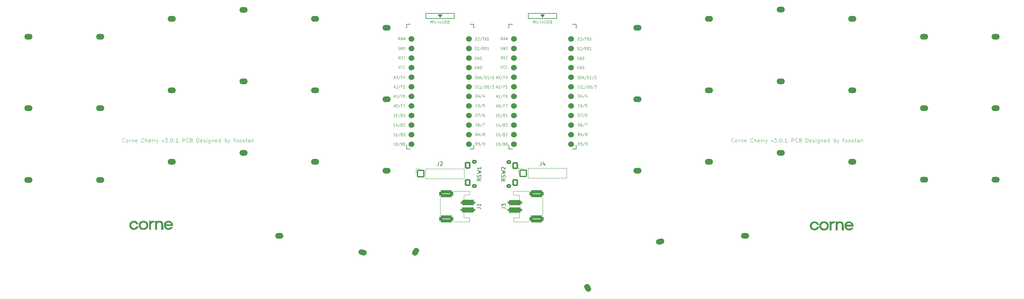
<source format=gto>
G04 #@! TF.GenerationSoftware,KiCad,Pcbnew,(6.0.8-1)-1*
G04 #@! TF.CreationDate,2022-10-24T21:20:46-05:00*
G04 #@! TF.ProjectId,cho-corne-ice,63686f2d-636f-4726-9e65-2d6963652e6b,3.0.1*
G04 #@! TF.SameCoordinates,Original*
G04 #@! TF.FileFunction,Legend,Top*
G04 #@! TF.FilePolarity,Positive*
%FSLAX46Y46*%
G04 Gerber Fmt 4.6, Leading zero omitted, Abs format (unit mm)*
G04 Created by KiCad (PCBNEW (6.0.8-1)-1) date 2022-10-24 21:20:46*
%MOMM*%
%LPD*%
G01*
G04 APERTURE LIST*
G04 Aperture macros list*
%AMRoundRect*
0 Rectangle with rounded corners*
0 $1 Rounding radius*
0 $2 $3 $4 $5 $6 $7 $8 $9 X,Y pos of 4 corners*
0 Add a 4 corners polygon primitive as box body*
4,1,4,$2,$3,$4,$5,$6,$7,$8,$9,$2,$3,0*
0 Add four circle primitives for the rounded corners*
1,1,$1+$1,$2,$3*
1,1,$1+$1,$4,$5*
1,1,$1+$1,$6,$7*
1,1,$1+$1,$8,$9*
0 Add four rect primitives between the rounded corners*
20,1,$1+$1,$2,$3,$4,$5,0*
20,1,$1+$1,$4,$5,$6,$7,0*
20,1,$1+$1,$6,$7,$8,$9,0*
20,1,$1+$1,$8,$9,$2,$3,0*%
%AMHorizOval*
0 Thick line with rounded ends*
0 $1 width*
0 $2 $3 position (X,Y) of the first rounded end (center of the circle)*
0 $4 $5 position (X,Y) of the second rounded end (center of the circle)*
0 Add line between two ends*
20,1,$1,$2,$3,$4,$5,0*
0 Add two circle primitives to create the rounded ends*
1,1,$1,$2,$3*
1,1,$1,$4,$5*%
G04 Aperture macros list end*
%ADD10C,0.125000*%
%ADD11C,0.150000*%
%ADD12C,0.120000*%
%ADD13C,0.010000*%
%ADD14O,2.200000X1.500000*%
%ADD15HorizOval,1.500000X-0.338074X0.090587X0.338074X-0.090587X0*%
%ADD16HorizOval,1.500000X-0.175000X-0.303109X0.175000X0.303109X0*%
%ADD17HorizOval,1.500000X-0.175000X0.303109X0.175000X-0.303109X0*%
%ADD18HorizOval,1.500000X-0.338074X-0.090587X0.338074X0.090587X0*%
%ADD19C,1.524000*%
%ADD20RoundRect,0.200000X0.400000X-0.300000X0.400000X0.300000X-0.400000X0.300000X-0.400000X-0.300000X0*%
%ADD21RoundRect,0.200000X0.525000X-0.725000X0.525000X0.725000X-0.525000X0.725000X-0.525000X-0.725000X0*%
%ADD22C,3.400000*%
%ADD23RoundRect,0.200000X-0.400000X0.300000X-0.400000X-0.300000X0.400000X-0.300000X0.400000X0.300000X0*%
%ADD24RoundRect,0.200000X-0.525000X0.725000X-0.525000X-0.725000X0.525000X-0.725000X0.525000X0.725000X0*%
%ADD25C,4.700000*%
%ADD26C,2.600000*%
%ADD27C,0.700000*%
%ADD28RoundRect,0.200000X0.850000X-0.850000X0.850000X0.850000X-0.850000X0.850000X-0.850000X-0.850000X0*%
%ADD29O,2.100000X2.100000*%
%ADD30RoundRect,0.450000X-1.500000X0.250000X-1.500000X-0.250000X1.500000X-0.250000X1.500000X0.250000X0*%
%ADD31RoundRect,0.450001X-1.449999X0.499999X-1.449999X-0.499999X1.449999X-0.499999X1.449999X0.499999X0*%
%ADD32RoundRect,0.450000X1.500000X-0.250000X1.500000X0.250000X-1.500000X0.250000X-1.500000X-0.250000X0*%
%ADD33RoundRect,0.450001X1.449999X-0.499999X1.449999X0.499999X-1.449999X0.499999X-1.449999X-0.499999X0*%
%ADD34C,1.300000*%
G04 APERTURE END LIST*
D10*
X51173273Y-58687142D02*
X51125654Y-58734761D01*
X50982797Y-58782380D01*
X50887559Y-58782380D01*
X50744702Y-58734761D01*
X50649464Y-58639523D01*
X50601845Y-58544285D01*
X50554226Y-58353809D01*
X50554226Y-58210952D01*
X50601845Y-58020476D01*
X50649464Y-57925238D01*
X50744702Y-57830000D01*
X50887559Y-57782380D01*
X50982797Y-57782380D01*
X51125654Y-57830000D01*
X51173273Y-57877619D01*
X51744702Y-58782380D02*
X51649464Y-58734761D01*
X51601845Y-58687142D01*
X51554226Y-58591904D01*
X51554226Y-58306190D01*
X51601845Y-58210952D01*
X51649464Y-58163333D01*
X51744702Y-58115714D01*
X51887559Y-58115714D01*
X51982797Y-58163333D01*
X52030416Y-58210952D01*
X52078035Y-58306190D01*
X52078035Y-58591904D01*
X52030416Y-58687142D01*
X51982797Y-58734761D01*
X51887559Y-58782380D01*
X51744702Y-58782380D01*
X52506607Y-58782380D02*
X52506607Y-58115714D01*
X52506607Y-58306190D02*
X52554226Y-58210952D01*
X52601845Y-58163333D01*
X52697083Y-58115714D01*
X52792321Y-58115714D01*
X53125654Y-58115714D02*
X53125654Y-58782380D01*
X53125654Y-58210952D02*
X53173273Y-58163333D01*
X53268511Y-58115714D01*
X53411369Y-58115714D01*
X53506607Y-58163333D01*
X53554226Y-58258571D01*
X53554226Y-58782380D01*
X54411369Y-58734761D02*
X54316130Y-58782380D01*
X54125654Y-58782380D01*
X54030416Y-58734761D01*
X53982797Y-58639523D01*
X53982797Y-58258571D01*
X54030416Y-58163333D01*
X54125654Y-58115714D01*
X54316130Y-58115714D01*
X54411369Y-58163333D01*
X54458988Y-58258571D01*
X54458988Y-58353809D01*
X53982797Y-58449047D01*
X56220892Y-58687142D02*
X56173273Y-58734761D01*
X56030416Y-58782380D01*
X55935178Y-58782380D01*
X55792321Y-58734761D01*
X55697083Y-58639523D01*
X55649464Y-58544285D01*
X55601845Y-58353809D01*
X55601845Y-58210952D01*
X55649464Y-58020476D01*
X55697083Y-57925238D01*
X55792321Y-57830000D01*
X55935178Y-57782380D01*
X56030416Y-57782380D01*
X56173273Y-57830000D01*
X56220892Y-57877619D01*
X56649464Y-58782380D02*
X56649464Y-57782380D01*
X57078035Y-58782380D02*
X57078035Y-58258571D01*
X57030416Y-58163333D01*
X56935178Y-58115714D01*
X56792321Y-58115714D01*
X56697083Y-58163333D01*
X56649464Y-58210952D01*
X57935178Y-58734761D02*
X57839940Y-58782380D01*
X57649464Y-58782380D01*
X57554226Y-58734761D01*
X57506607Y-58639523D01*
X57506607Y-58258571D01*
X57554226Y-58163333D01*
X57649464Y-58115714D01*
X57839940Y-58115714D01*
X57935178Y-58163333D01*
X57982797Y-58258571D01*
X57982797Y-58353809D01*
X57506607Y-58449047D01*
X58411369Y-58782380D02*
X58411369Y-58115714D01*
X58411369Y-58306190D02*
X58458988Y-58210952D01*
X58506607Y-58163333D01*
X58601845Y-58115714D01*
X58697083Y-58115714D01*
X59030416Y-58782380D02*
X59030416Y-58115714D01*
X59030416Y-58306190D02*
X59078035Y-58210952D01*
X59125654Y-58163333D01*
X59220892Y-58115714D01*
X59316130Y-58115714D01*
X59554226Y-58115714D02*
X59792321Y-58782380D01*
X60030416Y-58115714D02*
X59792321Y-58782380D01*
X59697083Y-59020476D01*
X59649464Y-59068095D01*
X59554226Y-59115714D01*
X61078035Y-58115714D02*
X61316130Y-58782380D01*
X61554226Y-58115714D01*
X61839940Y-57782380D02*
X62458988Y-57782380D01*
X62125654Y-58163333D01*
X62268511Y-58163333D01*
X62363750Y-58210952D01*
X62411369Y-58258571D01*
X62458988Y-58353809D01*
X62458988Y-58591904D01*
X62411369Y-58687142D01*
X62363750Y-58734761D01*
X62268511Y-58782380D01*
X61982797Y-58782380D01*
X61887559Y-58734761D01*
X61839940Y-58687142D01*
X62887559Y-58687142D02*
X62935178Y-58734761D01*
X62887559Y-58782380D01*
X62839940Y-58734761D01*
X62887559Y-58687142D01*
X62887559Y-58782380D01*
X63554226Y-57782380D02*
X63649464Y-57782380D01*
X63744702Y-57830000D01*
X63792321Y-57877619D01*
X63839940Y-57972857D01*
X63887559Y-58163333D01*
X63887559Y-58401428D01*
X63839940Y-58591904D01*
X63792321Y-58687142D01*
X63744702Y-58734761D01*
X63649464Y-58782380D01*
X63554226Y-58782380D01*
X63458988Y-58734761D01*
X63411369Y-58687142D01*
X63363750Y-58591904D01*
X63316130Y-58401428D01*
X63316130Y-58163333D01*
X63363750Y-57972857D01*
X63411369Y-57877619D01*
X63458988Y-57830000D01*
X63554226Y-57782380D01*
X64316130Y-58687142D02*
X64363750Y-58734761D01*
X64316130Y-58782380D01*
X64268511Y-58734761D01*
X64316130Y-58687142D01*
X64316130Y-58782380D01*
X65316130Y-58782380D02*
X64744702Y-58782380D01*
X65030416Y-58782380D02*
X65030416Y-57782380D01*
X64935178Y-57925238D01*
X64839940Y-58020476D01*
X64744702Y-58068095D01*
X66506607Y-58782380D02*
X66506607Y-57782380D01*
X66887559Y-57782380D01*
X66982797Y-57830000D01*
X67030416Y-57877619D01*
X67078035Y-57972857D01*
X67078035Y-58115714D01*
X67030416Y-58210952D01*
X66982797Y-58258571D01*
X66887559Y-58306190D01*
X66506607Y-58306190D01*
X68078035Y-58687142D02*
X68030416Y-58734761D01*
X67887559Y-58782380D01*
X67792321Y-58782380D01*
X67649464Y-58734761D01*
X67554226Y-58639523D01*
X67506607Y-58544285D01*
X67458988Y-58353809D01*
X67458988Y-58210952D01*
X67506607Y-58020476D01*
X67554226Y-57925238D01*
X67649464Y-57830000D01*
X67792321Y-57782380D01*
X67887559Y-57782380D01*
X68030416Y-57830000D01*
X68078035Y-57877619D01*
X68839940Y-58258571D02*
X68982797Y-58306190D01*
X69030416Y-58353809D01*
X69078035Y-58449047D01*
X69078035Y-58591904D01*
X69030416Y-58687142D01*
X68982797Y-58734761D01*
X68887559Y-58782380D01*
X68506607Y-58782380D01*
X68506607Y-57782380D01*
X68839940Y-57782380D01*
X68935178Y-57830000D01*
X68982797Y-57877619D01*
X69030416Y-57972857D01*
X69030416Y-58068095D01*
X68982797Y-58163333D01*
X68935178Y-58210952D01*
X68839940Y-58258571D01*
X68506607Y-58258571D01*
X70268511Y-58782380D02*
X70268511Y-57782380D01*
X70506607Y-57782380D01*
X70649464Y-57830000D01*
X70744702Y-57925238D01*
X70792321Y-58020476D01*
X70839940Y-58210952D01*
X70839940Y-58353809D01*
X70792321Y-58544285D01*
X70744702Y-58639523D01*
X70649464Y-58734761D01*
X70506607Y-58782380D01*
X70268511Y-58782380D01*
X71649464Y-58734761D02*
X71554226Y-58782380D01*
X71363750Y-58782380D01*
X71268511Y-58734761D01*
X71220892Y-58639523D01*
X71220892Y-58258571D01*
X71268511Y-58163333D01*
X71363750Y-58115714D01*
X71554226Y-58115714D01*
X71649464Y-58163333D01*
X71697083Y-58258571D01*
X71697083Y-58353809D01*
X71220892Y-58449047D01*
X72078035Y-58734761D02*
X72173273Y-58782380D01*
X72363750Y-58782380D01*
X72458988Y-58734761D01*
X72506607Y-58639523D01*
X72506607Y-58591904D01*
X72458988Y-58496666D01*
X72363750Y-58449047D01*
X72220892Y-58449047D01*
X72125654Y-58401428D01*
X72078035Y-58306190D01*
X72078035Y-58258571D01*
X72125654Y-58163333D01*
X72220892Y-58115714D01*
X72363750Y-58115714D01*
X72458988Y-58163333D01*
X72935178Y-58782380D02*
X72935178Y-58115714D01*
X72935178Y-57782380D02*
X72887559Y-57830000D01*
X72935178Y-57877619D01*
X72982797Y-57830000D01*
X72935178Y-57782380D01*
X72935178Y-57877619D01*
X73839940Y-58115714D02*
X73839940Y-58925238D01*
X73792321Y-59020476D01*
X73744702Y-59068095D01*
X73649464Y-59115714D01*
X73506607Y-59115714D01*
X73411369Y-59068095D01*
X73839940Y-58734761D02*
X73744702Y-58782380D01*
X73554226Y-58782380D01*
X73458988Y-58734761D01*
X73411369Y-58687142D01*
X73363750Y-58591904D01*
X73363750Y-58306190D01*
X73411369Y-58210952D01*
X73458988Y-58163333D01*
X73554226Y-58115714D01*
X73744702Y-58115714D01*
X73839940Y-58163333D01*
X74316130Y-58115714D02*
X74316130Y-58782380D01*
X74316130Y-58210952D02*
X74363750Y-58163333D01*
X74458988Y-58115714D01*
X74601845Y-58115714D01*
X74697083Y-58163333D01*
X74744702Y-58258571D01*
X74744702Y-58782380D01*
X75601845Y-58734761D02*
X75506607Y-58782380D01*
X75316130Y-58782380D01*
X75220892Y-58734761D01*
X75173273Y-58639523D01*
X75173273Y-58258571D01*
X75220892Y-58163333D01*
X75316130Y-58115714D01*
X75506607Y-58115714D01*
X75601845Y-58163333D01*
X75649464Y-58258571D01*
X75649464Y-58353809D01*
X75173273Y-58449047D01*
X76506607Y-58782380D02*
X76506607Y-57782380D01*
X76506607Y-58734761D02*
X76411369Y-58782380D01*
X76220892Y-58782380D01*
X76125654Y-58734761D01*
X76078035Y-58687142D01*
X76030416Y-58591904D01*
X76030416Y-58306190D01*
X76078035Y-58210952D01*
X76125654Y-58163333D01*
X76220892Y-58115714D01*
X76411369Y-58115714D01*
X76506607Y-58163333D01*
X77744702Y-58782380D02*
X77744702Y-57782380D01*
X77744702Y-58163333D02*
X77839940Y-58115714D01*
X78030416Y-58115714D01*
X78125654Y-58163333D01*
X78173273Y-58210952D01*
X78220892Y-58306190D01*
X78220892Y-58591904D01*
X78173273Y-58687142D01*
X78125654Y-58734761D01*
X78030416Y-58782380D01*
X77839940Y-58782380D01*
X77744702Y-58734761D01*
X78554226Y-58115714D02*
X78792321Y-58782380D01*
X79030416Y-58115714D02*
X78792321Y-58782380D01*
X78697083Y-59020476D01*
X78649464Y-59068095D01*
X78554226Y-59115714D01*
X80030416Y-58115714D02*
X80411369Y-58115714D01*
X80173273Y-58782380D02*
X80173273Y-57925238D01*
X80220892Y-57830000D01*
X80316130Y-57782380D01*
X80411369Y-57782380D01*
X80887559Y-58782380D02*
X80792321Y-58734761D01*
X80744702Y-58687142D01*
X80697083Y-58591904D01*
X80697083Y-58306190D01*
X80744702Y-58210952D01*
X80792321Y-58163333D01*
X80887559Y-58115714D01*
X81030416Y-58115714D01*
X81125654Y-58163333D01*
X81173273Y-58210952D01*
X81220892Y-58306190D01*
X81220892Y-58591904D01*
X81173273Y-58687142D01*
X81125654Y-58734761D01*
X81030416Y-58782380D01*
X80887559Y-58782380D01*
X81792321Y-58782380D02*
X81697083Y-58734761D01*
X81649464Y-58687142D01*
X81601845Y-58591904D01*
X81601845Y-58306190D01*
X81649464Y-58210952D01*
X81697083Y-58163333D01*
X81792321Y-58115714D01*
X81935178Y-58115714D01*
X82030416Y-58163333D01*
X82078035Y-58210952D01*
X82125654Y-58306190D01*
X82125654Y-58591904D01*
X82078035Y-58687142D01*
X82030416Y-58734761D01*
X81935178Y-58782380D01*
X81792321Y-58782380D01*
X82506607Y-58734761D02*
X82601845Y-58782380D01*
X82792321Y-58782380D01*
X82887559Y-58734761D01*
X82935178Y-58639523D01*
X82935178Y-58591904D01*
X82887559Y-58496666D01*
X82792321Y-58449047D01*
X82649464Y-58449047D01*
X82554226Y-58401428D01*
X82506607Y-58306190D01*
X82506607Y-58258571D01*
X82554226Y-58163333D01*
X82649464Y-58115714D01*
X82792321Y-58115714D01*
X82887559Y-58163333D01*
X83220892Y-58115714D02*
X83601845Y-58115714D01*
X83363749Y-57782380D02*
X83363749Y-58639523D01*
X83411369Y-58734761D01*
X83506607Y-58782380D01*
X83601845Y-58782380D01*
X84363749Y-58782380D02*
X84363749Y-58258571D01*
X84316130Y-58163333D01*
X84220892Y-58115714D01*
X84030416Y-58115714D01*
X83935178Y-58163333D01*
X84363749Y-58734761D02*
X84268511Y-58782380D01*
X84030416Y-58782380D01*
X83935178Y-58734761D01*
X83887559Y-58639523D01*
X83887559Y-58544285D01*
X83935178Y-58449047D01*
X84030416Y-58401428D01*
X84268511Y-58401428D01*
X84363749Y-58353809D01*
X84839940Y-58115714D02*
X84839940Y-58782380D01*
X84839940Y-58210952D02*
X84887559Y-58163333D01*
X84982797Y-58115714D01*
X85125654Y-58115714D01*
X85220892Y-58163333D01*
X85268511Y-58258571D01*
X85268511Y-58782380D01*
X212723273Y-58687142D02*
X212675654Y-58734761D01*
X212532797Y-58782380D01*
X212437559Y-58782380D01*
X212294702Y-58734761D01*
X212199464Y-58639523D01*
X212151845Y-58544285D01*
X212104226Y-58353809D01*
X212104226Y-58210952D01*
X212151845Y-58020476D01*
X212199464Y-57925238D01*
X212294702Y-57830000D01*
X212437559Y-57782380D01*
X212532797Y-57782380D01*
X212675654Y-57830000D01*
X212723273Y-57877619D01*
X213294702Y-58782380D02*
X213199464Y-58734761D01*
X213151845Y-58687142D01*
X213104226Y-58591904D01*
X213104226Y-58306190D01*
X213151845Y-58210952D01*
X213199464Y-58163333D01*
X213294702Y-58115714D01*
X213437559Y-58115714D01*
X213532797Y-58163333D01*
X213580416Y-58210952D01*
X213628035Y-58306190D01*
X213628035Y-58591904D01*
X213580416Y-58687142D01*
X213532797Y-58734761D01*
X213437559Y-58782380D01*
X213294702Y-58782380D01*
X214056607Y-58782380D02*
X214056607Y-58115714D01*
X214056607Y-58306190D02*
X214104226Y-58210952D01*
X214151845Y-58163333D01*
X214247083Y-58115714D01*
X214342321Y-58115714D01*
X214675654Y-58115714D02*
X214675654Y-58782380D01*
X214675654Y-58210952D02*
X214723273Y-58163333D01*
X214818511Y-58115714D01*
X214961369Y-58115714D01*
X215056607Y-58163333D01*
X215104226Y-58258571D01*
X215104226Y-58782380D01*
X215961369Y-58734761D02*
X215866130Y-58782380D01*
X215675654Y-58782380D01*
X215580416Y-58734761D01*
X215532797Y-58639523D01*
X215532797Y-58258571D01*
X215580416Y-58163333D01*
X215675654Y-58115714D01*
X215866130Y-58115714D01*
X215961369Y-58163333D01*
X216008988Y-58258571D01*
X216008988Y-58353809D01*
X215532797Y-58449047D01*
X217770892Y-58687142D02*
X217723273Y-58734761D01*
X217580416Y-58782380D01*
X217485178Y-58782380D01*
X217342321Y-58734761D01*
X217247083Y-58639523D01*
X217199464Y-58544285D01*
X217151845Y-58353809D01*
X217151845Y-58210952D01*
X217199464Y-58020476D01*
X217247083Y-57925238D01*
X217342321Y-57830000D01*
X217485178Y-57782380D01*
X217580416Y-57782380D01*
X217723273Y-57830000D01*
X217770892Y-57877619D01*
X218199464Y-58782380D02*
X218199464Y-57782380D01*
X218628035Y-58782380D02*
X218628035Y-58258571D01*
X218580416Y-58163333D01*
X218485178Y-58115714D01*
X218342321Y-58115714D01*
X218247083Y-58163333D01*
X218199464Y-58210952D01*
X219485178Y-58734761D02*
X219389940Y-58782380D01*
X219199464Y-58782380D01*
X219104226Y-58734761D01*
X219056607Y-58639523D01*
X219056607Y-58258571D01*
X219104226Y-58163333D01*
X219199464Y-58115714D01*
X219389940Y-58115714D01*
X219485178Y-58163333D01*
X219532797Y-58258571D01*
X219532797Y-58353809D01*
X219056607Y-58449047D01*
X219961369Y-58782380D02*
X219961369Y-58115714D01*
X219961369Y-58306190D02*
X220008988Y-58210952D01*
X220056607Y-58163333D01*
X220151845Y-58115714D01*
X220247083Y-58115714D01*
X220580416Y-58782380D02*
X220580416Y-58115714D01*
X220580416Y-58306190D02*
X220628035Y-58210952D01*
X220675654Y-58163333D01*
X220770892Y-58115714D01*
X220866130Y-58115714D01*
X221104226Y-58115714D02*
X221342321Y-58782380D01*
X221580416Y-58115714D02*
X221342321Y-58782380D01*
X221247083Y-59020476D01*
X221199464Y-59068095D01*
X221104226Y-59115714D01*
X222628035Y-58115714D02*
X222866130Y-58782380D01*
X223104226Y-58115714D01*
X223389940Y-57782380D02*
X224008988Y-57782380D01*
X223675654Y-58163333D01*
X223818511Y-58163333D01*
X223913750Y-58210952D01*
X223961369Y-58258571D01*
X224008988Y-58353809D01*
X224008988Y-58591904D01*
X223961369Y-58687142D01*
X223913750Y-58734761D01*
X223818511Y-58782380D01*
X223532797Y-58782380D01*
X223437559Y-58734761D01*
X223389940Y-58687142D01*
X224437559Y-58687142D02*
X224485178Y-58734761D01*
X224437559Y-58782380D01*
X224389940Y-58734761D01*
X224437559Y-58687142D01*
X224437559Y-58782380D01*
X225104226Y-57782380D02*
X225199464Y-57782380D01*
X225294702Y-57830000D01*
X225342321Y-57877619D01*
X225389940Y-57972857D01*
X225437559Y-58163333D01*
X225437559Y-58401428D01*
X225389940Y-58591904D01*
X225342321Y-58687142D01*
X225294702Y-58734761D01*
X225199464Y-58782380D01*
X225104226Y-58782380D01*
X225008988Y-58734761D01*
X224961369Y-58687142D01*
X224913750Y-58591904D01*
X224866130Y-58401428D01*
X224866130Y-58163333D01*
X224913750Y-57972857D01*
X224961369Y-57877619D01*
X225008988Y-57830000D01*
X225104226Y-57782380D01*
X225866130Y-58687142D02*
X225913750Y-58734761D01*
X225866130Y-58782380D01*
X225818511Y-58734761D01*
X225866130Y-58687142D01*
X225866130Y-58782380D01*
X226866130Y-58782380D02*
X226294702Y-58782380D01*
X226580416Y-58782380D02*
X226580416Y-57782380D01*
X226485178Y-57925238D01*
X226389940Y-58020476D01*
X226294702Y-58068095D01*
X228056607Y-58782380D02*
X228056607Y-57782380D01*
X228437559Y-57782380D01*
X228532797Y-57830000D01*
X228580416Y-57877619D01*
X228628035Y-57972857D01*
X228628035Y-58115714D01*
X228580416Y-58210952D01*
X228532797Y-58258571D01*
X228437559Y-58306190D01*
X228056607Y-58306190D01*
X229628035Y-58687142D02*
X229580416Y-58734761D01*
X229437559Y-58782380D01*
X229342321Y-58782380D01*
X229199464Y-58734761D01*
X229104226Y-58639523D01*
X229056607Y-58544285D01*
X229008988Y-58353809D01*
X229008988Y-58210952D01*
X229056607Y-58020476D01*
X229104226Y-57925238D01*
X229199464Y-57830000D01*
X229342321Y-57782380D01*
X229437559Y-57782380D01*
X229580416Y-57830000D01*
X229628035Y-57877619D01*
X230389940Y-58258571D02*
X230532797Y-58306190D01*
X230580416Y-58353809D01*
X230628035Y-58449047D01*
X230628035Y-58591904D01*
X230580416Y-58687142D01*
X230532797Y-58734761D01*
X230437559Y-58782380D01*
X230056607Y-58782380D01*
X230056607Y-57782380D01*
X230389940Y-57782380D01*
X230485178Y-57830000D01*
X230532797Y-57877619D01*
X230580416Y-57972857D01*
X230580416Y-58068095D01*
X230532797Y-58163333D01*
X230485178Y-58210952D01*
X230389940Y-58258571D01*
X230056607Y-58258571D01*
X231818511Y-58782380D02*
X231818511Y-57782380D01*
X232056607Y-57782380D01*
X232199464Y-57830000D01*
X232294702Y-57925238D01*
X232342321Y-58020476D01*
X232389940Y-58210952D01*
X232389940Y-58353809D01*
X232342321Y-58544285D01*
X232294702Y-58639523D01*
X232199464Y-58734761D01*
X232056607Y-58782380D01*
X231818511Y-58782380D01*
X233199464Y-58734761D02*
X233104226Y-58782380D01*
X232913750Y-58782380D01*
X232818511Y-58734761D01*
X232770892Y-58639523D01*
X232770892Y-58258571D01*
X232818511Y-58163333D01*
X232913750Y-58115714D01*
X233104226Y-58115714D01*
X233199464Y-58163333D01*
X233247083Y-58258571D01*
X233247083Y-58353809D01*
X232770892Y-58449047D01*
X233628035Y-58734761D02*
X233723273Y-58782380D01*
X233913750Y-58782380D01*
X234008988Y-58734761D01*
X234056607Y-58639523D01*
X234056607Y-58591904D01*
X234008988Y-58496666D01*
X233913750Y-58449047D01*
X233770892Y-58449047D01*
X233675654Y-58401428D01*
X233628035Y-58306190D01*
X233628035Y-58258571D01*
X233675654Y-58163333D01*
X233770892Y-58115714D01*
X233913750Y-58115714D01*
X234008988Y-58163333D01*
X234485178Y-58782380D02*
X234485178Y-58115714D01*
X234485178Y-57782380D02*
X234437559Y-57830000D01*
X234485178Y-57877619D01*
X234532797Y-57830000D01*
X234485178Y-57782380D01*
X234485178Y-57877619D01*
X235389940Y-58115714D02*
X235389940Y-58925238D01*
X235342321Y-59020476D01*
X235294702Y-59068095D01*
X235199464Y-59115714D01*
X235056607Y-59115714D01*
X234961369Y-59068095D01*
X235389940Y-58734761D02*
X235294702Y-58782380D01*
X235104226Y-58782380D01*
X235008988Y-58734761D01*
X234961369Y-58687142D01*
X234913750Y-58591904D01*
X234913750Y-58306190D01*
X234961369Y-58210952D01*
X235008988Y-58163333D01*
X235104226Y-58115714D01*
X235294702Y-58115714D01*
X235389940Y-58163333D01*
X235866130Y-58115714D02*
X235866130Y-58782380D01*
X235866130Y-58210952D02*
X235913750Y-58163333D01*
X236008988Y-58115714D01*
X236151845Y-58115714D01*
X236247083Y-58163333D01*
X236294702Y-58258571D01*
X236294702Y-58782380D01*
X237151845Y-58734761D02*
X237056607Y-58782380D01*
X236866130Y-58782380D01*
X236770892Y-58734761D01*
X236723273Y-58639523D01*
X236723273Y-58258571D01*
X236770892Y-58163333D01*
X236866130Y-58115714D01*
X237056607Y-58115714D01*
X237151845Y-58163333D01*
X237199464Y-58258571D01*
X237199464Y-58353809D01*
X236723273Y-58449047D01*
X238056607Y-58782380D02*
X238056607Y-57782380D01*
X238056607Y-58734761D02*
X237961369Y-58782380D01*
X237770892Y-58782380D01*
X237675654Y-58734761D01*
X237628035Y-58687142D01*
X237580416Y-58591904D01*
X237580416Y-58306190D01*
X237628035Y-58210952D01*
X237675654Y-58163333D01*
X237770892Y-58115714D01*
X237961369Y-58115714D01*
X238056607Y-58163333D01*
X239294702Y-58782380D02*
X239294702Y-57782380D01*
X239294702Y-58163333D02*
X239389940Y-58115714D01*
X239580416Y-58115714D01*
X239675654Y-58163333D01*
X239723273Y-58210952D01*
X239770892Y-58306190D01*
X239770892Y-58591904D01*
X239723273Y-58687142D01*
X239675654Y-58734761D01*
X239580416Y-58782380D01*
X239389940Y-58782380D01*
X239294702Y-58734761D01*
X240104226Y-58115714D02*
X240342321Y-58782380D01*
X240580416Y-58115714D02*
X240342321Y-58782380D01*
X240247083Y-59020476D01*
X240199464Y-59068095D01*
X240104226Y-59115714D01*
X241580416Y-58115714D02*
X241961369Y-58115714D01*
X241723273Y-58782380D02*
X241723273Y-57925238D01*
X241770892Y-57830000D01*
X241866130Y-57782380D01*
X241961369Y-57782380D01*
X242437559Y-58782380D02*
X242342321Y-58734761D01*
X242294702Y-58687142D01*
X242247083Y-58591904D01*
X242247083Y-58306190D01*
X242294702Y-58210952D01*
X242342321Y-58163333D01*
X242437559Y-58115714D01*
X242580416Y-58115714D01*
X242675654Y-58163333D01*
X242723273Y-58210952D01*
X242770892Y-58306190D01*
X242770892Y-58591904D01*
X242723273Y-58687142D01*
X242675654Y-58734761D01*
X242580416Y-58782380D01*
X242437559Y-58782380D01*
X243342321Y-58782380D02*
X243247083Y-58734761D01*
X243199464Y-58687142D01*
X243151845Y-58591904D01*
X243151845Y-58306190D01*
X243199464Y-58210952D01*
X243247083Y-58163333D01*
X243342321Y-58115714D01*
X243485178Y-58115714D01*
X243580416Y-58163333D01*
X243628035Y-58210952D01*
X243675654Y-58306190D01*
X243675654Y-58591904D01*
X243628035Y-58687142D01*
X243580416Y-58734761D01*
X243485178Y-58782380D01*
X243342321Y-58782380D01*
X244056607Y-58734761D02*
X244151845Y-58782380D01*
X244342321Y-58782380D01*
X244437559Y-58734761D01*
X244485178Y-58639523D01*
X244485178Y-58591904D01*
X244437559Y-58496666D01*
X244342321Y-58449047D01*
X244199464Y-58449047D01*
X244104226Y-58401428D01*
X244056607Y-58306190D01*
X244056607Y-58258571D01*
X244104226Y-58163333D01*
X244199464Y-58115714D01*
X244342321Y-58115714D01*
X244437559Y-58163333D01*
X244770892Y-58115714D02*
X245151845Y-58115714D01*
X244913750Y-57782380D02*
X244913750Y-58639523D01*
X244961369Y-58734761D01*
X245056607Y-58782380D01*
X245151845Y-58782380D01*
X245913750Y-58782380D02*
X245913750Y-58258571D01*
X245866130Y-58163333D01*
X245770892Y-58115714D01*
X245580416Y-58115714D01*
X245485178Y-58163333D01*
X245913750Y-58734761D02*
X245818511Y-58782380D01*
X245580416Y-58782380D01*
X245485178Y-58734761D01*
X245437559Y-58639523D01*
X245437559Y-58544285D01*
X245485178Y-58449047D01*
X245580416Y-58401428D01*
X245818511Y-58401428D01*
X245913750Y-58353809D01*
X246389940Y-58115714D02*
X246389940Y-58782380D01*
X246389940Y-58210952D02*
X246437559Y-58163333D01*
X246532797Y-58115714D01*
X246675654Y-58115714D01*
X246770892Y-58163333D01*
X246818511Y-58258571D01*
X246818511Y-58782380D01*
D11*
X145684880Y-68419285D02*
X145208690Y-68752619D01*
X145684880Y-68990714D02*
X144684880Y-68990714D01*
X144684880Y-68609761D01*
X144732500Y-68514523D01*
X144780119Y-68466904D01*
X144875357Y-68419285D01*
X145018214Y-68419285D01*
X145113452Y-68466904D01*
X145161071Y-68514523D01*
X145208690Y-68609761D01*
X145208690Y-68990714D01*
X145637261Y-68038333D02*
X145684880Y-67895476D01*
X145684880Y-67657380D01*
X145637261Y-67562142D01*
X145589642Y-67514523D01*
X145494404Y-67466904D01*
X145399166Y-67466904D01*
X145303928Y-67514523D01*
X145256309Y-67562142D01*
X145208690Y-67657380D01*
X145161071Y-67847857D01*
X145113452Y-67943095D01*
X145065833Y-67990714D01*
X144970595Y-68038333D01*
X144875357Y-68038333D01*
X144780119Y-67990714D01*
X144732500Y-67943095D01*
X144684880Y-67847857D01*
X144684880Y-67609761D01*
X144732500Y-67466904D01*
X144684880Y-67133571D02*
X145684880Y-66895476D01*
X144970595Y-66705000D01*
X145684880Y-66514523D01*
X144684880Y-66276428D01*
X145684880Y-65371666D02*
X145684880Y-65943095D01*
X145684880Y-65657380D02*
X144684880Y-65657380D01*
X144827738Y-65752619D01*
X144922976Y-65847857D01*
X144970595Y-65943095D01*
X152109880Y-68469285D02*
X151633690Y-68802619D01*
X152109880Y-69040714D02*
X151109880Y-69040714D01*
X151109880Y-68659761D01*
X151157500Y-68564523D01*
X151205119Y-68516904D01*
X151300357Y-68469285D01*
X151443214Y-68469285D01*
X151538452Y-68516904D01*
X151586071Y-68564523D01*
X151633690Y-68659761D01*
X151633690Y-69040714D01*
X152062261Y-68088333D02*
X152109880Y-67945476D01*
X152109880Y-67707380D01*
X152062261Y-67612142D01*
X152014642Y-67564523D01*
X151919404Y-67516904D01*
X151824166Y-67516904D01*
X151728928Y-67564523D01*
X151681309Y-67612142D01*
X151633690Y-67707380D01*
X151586071Y-67897857D01*
X151538452Y-67993095D01*
X151490833Y-68040714D01*
X151395595Y-68088333D01*
X151300357Y-68088333D01*
X151205119Y-68040714D01*
X151157500Y-67993095D01*
X151109880Y-67897857D01*
X151109880Y-67659761D01*
X151157500Y-67516904D01*
X151109880Y-67183571D02*
X152109880Y-66945476D01*
X151395595Y-66755000D01*
X152109880Y-66564523D01*
X151109880Y-66326428D01*
X151205119Y-65993095D02*
X151157500Y-65945476D01*
X151109880Y-65850238D01*
X151109880Y-65612142D01*
X151157500Y-65516904D01*
X151205119Y-65469285D01*
X151300357Y-65421666D01*
X151395595Y-65421666D01*
X151538452Y-65469285D01*
X152109880Y-66040714D01*
X152109880Y-65421666D01*
D10*
X171582023Y-36165000D02*
X171518214Y-36129285D01*
X171422500Y-36129285D01*
X171326785Y-36165000D01*
X171262976Y-36236428D01*
X171231071Y-36307857D01*
X171199166Y-36450714D01*
X171199166Y-36557857D01*
X171231071Y-36700714D01*
X171262976Y-36772142D01*
X171326785Y-36843571D01*
X171422500Y-36879285D01*
X171486309Y-36879285D01*
X171582023Y-36843571D01*
X171613928Y-36807857D01*
X171613928Y-36557857D01*
X171486309Y-36557857D01*
X171901071Y-36879285D02*
X171901071Y-36129285D01*
X172283928Y-36879285D01*
X172283928Y-36129285D01*
X172602976Y-36879285D02*
X172602976Y-36129285D01*
X172762500Y-36129285D01*
X172858214Y-36165000D01*
X172922023Y-36236428D01*
X172953928Y-36307857D01*
X172985833Y-36450714D01*
X172985833Y-36557857D01*
X172953928Y-36700714D01*
X172922023Y-36772142D01*
X172858214Y-36843571D01*
X172762500Y-36879285D01*
X172602976Y-36879285D01*
X171651309Y-56686428D02*
X171747023Y-56722142D01*
X171778928Y-56757857D01*
X171810833Y-56829285D01*
X171810833Y-56936428D01*
X171778928Y-57007857D01*
X171747023Y-57043571D01*
X171683214Y-57079285D01*
X171427976Y-57079285D01*
X171427976Y-56329285D01*
X171651309Y-56329285D01*
X171715119Y-56365000D01*
X171747023Y-56400714D01*
X171778928Y-56472142D01*
X171778928Y-56543571D01*
X171747023Y-56615000D01*
X171715119Y-56650714D01*
X171651309Y-56686428D01*
X171427976Y-56686428D01*
X172385119Y-56579285D02*
X172385119Y-57079285D01*
X172225595Y-56293571D02*
X172066071Y-56829285D01*
X172480833Y-56829285D01*
X173214642Y-56293571D02*
X172640357Y-57257857D01*
X173533690Y-56650714D02*
X173469880Y-56615000D01*
X173437976Y-56579285D01*
X173406071Y-56507857D01*
X173406071Y-56472142D01*
X173437976Y-56400714D01*
X173469880Y-56365000D01*
X173533690Y-56329285D01*
X173661309Y-56329285D01*
X173725119Y-56365000D01*
X173757023Y-56400714D01*
X173788928Y-56472142D01*
X173788928Y-56507857D01*
X173757023Y-56579285D01*
X173725119Y-56615000D01*
X173661309Y-56650714D01*
X173533690Y-56650714D01*
X173469880Y-56686428D01*
X173437976Y-56722142D01*
X173406071Y-56793571D01*
X173406071Y-56936428D01*
X173437976Y-57007857D01*
X173469880Y-57043571D01*
X173533690Y-57079285D01*
X173661309Y-57079285D01*
X173725119Y-57043571D01*
X173757023Y-57007857D01*
X173788928Y-56936428D01*
X173788928Y-56793571D01*
X173757023Y-56722142D01*
X173725119Y-56686428D01*
X173661309Y-56650714D01*
X171582023Y-38615000D02*
X171518214Y-38579285D01*
X171422500Y-38579285D01*
X171326785Y-38615000D01*
X171262976Y-38686428D01*
X171231071Y-38757857D01*
X171199166Y-38900714D01*
X171199166Y-39007857D01*
X171231071Y-39150714D01*
X171262976Y-39222142D01*
X171326785Y-39293571D01*
X171422500Y-39329285D01*
X171486309Y-39329285D01*
X171582023Y-39293571D01*
X171613928Y-39257857D01*
X171613928Y-39007857D01*
X171486309Y-39007857D01*
X171901071Y-39329285D02*
X171901071Y-38579285D01*
X172283928Y-39329285D01*
X172283928Y-38579285D01*
X172602976Y-39329285D02*
X172602976Y-38579285D01*
X172762500Y-38579285D01*
X172858214Y-38615000D01*
X172922023Y-38686428D01*
X172953928Y-38757857D01*
X172985833Y-38900714D01*
X172985833Y-39007857D01*
X172953928Y-39150714D01*
X172922023Y-39222142D01*
X172858214Y-39293571D01*
X172762500Y-39329285D01*
X172602976Y-39329285D01*
X150009880Y-57129285D02*
X149627023Y-57129285D01*
X149818452Y-57129285D02*
X149818452Y-56379285D01*
X149754642Y-56486428D01*
X149690833Y-56557857D01*
X149627023Y-56593571D01*
X150584166Y-56379285D02*
X150456547Y-56379285D01*
X150392738Y-56415000D01*
X150360833Y-56450714D01*
X150297023Y-56557857D01*
X150265119Y-56700714D01*
X150265119Y-56986428D01*
X150297023Y-57057857D01*
X150328928Y-57093571D01*
X150392738Y-57129285D01*
X150520357Y-57129285D01*
X150584166Y-57093571D01*
X150616071Y-57057857D01*
X150647976Y-56986428D01*
X150647976Y-56807857D01*
X150616071Y-56736428D01*
X150584166Y-56700714D01*
X150520357Y-56665000D01*
X150392738Y-56665000D01*
X150328928Y-56700714D01*
X150297023Y-56736428D01*
X150265119Y-56807857D01*
X151413690Y-56343571D02*
X150839404Y-57307857D01*
X151860357Y-56736428D02*
X151956071Y-56772142D01*
X151987976Y-56807857D01*
X152019880Y-56879285D01*
X152019880Y-56986428D01*
X151987976Y-57057857D01*
X151956071Y-57093571D01*
X151892261Y-57129285D01*
X151637023Y-57129285D01*
X151637023Y-56379285D01*
X151860357Y-56379285D01*
X151924166Y-56415000D01*
X151956071Y-56450714D01*
X151987976Y-56522142D01*
X151987976Y-56593571D01*
X151956071Y-56665000D01*
X151924166Y-56700714D01*
X151860357Y-56736428D01*
X151637023Y-56736428D01*
X152275119Y-56450714D02*
X152307023Y-56415000D01*
X152370833Y-56379285D01*
X152530357Y-56379285D01*
X152594166Y-56415000D01*
X152626071Y-56450714D01*
X152657976Y-56522142D01*
X152657976Y-56593571D01*
X152626071Y-56700714D01*
X152243214Y-57129285D01*
X152657976Y-57129285D01*
X171269880Y-44443571D02*
X171365595Y-44479285D01*
X171525119Y-44479285D01*
X171588928Y-44443571D01*
X171620833Y-44407857D01*
X171652738Y-44336428D01*
X171652738Y-44265000D01*
X171620833Y-44193571D01*
X171588928Y-44157857D01*
X171525119Y-44122142D01*
X171397500Y-44086428D01*
X171333690Y-44050714D01*
X171301785Y-44015000D01*
X171269880Y-43943571D01*
X171269880Y-43872142D01*
X171301785Y-43800714D01*
X171333690Y-43765000D01*
X171397500Y-43729285D01*
X171557023Y-43729285D01*
X171652738Y-43765000D01*
X172322738Y-44407857D02*
X172290833Y-44443571D01*
X172195119Y-44479285D01*
X172131309Y-44479285D01*
X172035595Y-44443571D01*
X171971785Y-44372142D01*
X171939880Y-44300714D01*
X171907976Y-44157857D01*
X171907976Y-44050714D01*
X171939880Y-43907857D01*
X171971785Y-43836428D01*
X172035595Y-43765000D01*
X172131309Y-43729285D01*
X172195119Y-43729285D01*
X172290833Y-43765000D01*
X172322738Y-43800714D01*
X172928928Y-44479285D02*
X172609880Y-44479285D01*
X172609880Y-43729285D01*
X173630833Y-43693571D02*
X173056547Y-44657857D01*
X173854166Y-44479285D02*
X173854166Y-43729285D01*
X174013690Y-43729285D01*
X174109404Y-43765000D01*
X174173214Y-43836428D01*
X174205119Y-43907857D01*
X174237023Y-44050714D01*
X174237023Y-44157857D01*
X174205119Y-44300714D01*
X174173214Y-44372142D01*
X174109404Y-44443571D01*
X174013690Y-44479285D01*
X173854166Y-44479285D01*
X174651785Y-43729285D02*
X174715595Y-43729285D01*
X174779404Y-43765000D01*
X174811309Y-43800714D01*
X174843214Y-43872142D01*
X174875119Y-44015000D01*
X174875119Y-44193571D01*
X174843214Y-44336428D01*
X174811309Y-44407857D01*
X174779404Y-44443571D01*
X174715595Y-44479285D01*
X174651785Y-44479285D01*
X174587976Y-44443571D01*
X174556071Y-44407857D01*
X174524166Y-44336428D01*
X174492261Y-44193571D01*
X174492261Y-44015000D01*
X174524166Y-43872142D01*
X174556071Y-43800714D01*
X174587976Y-43765000D01*
X174651785Y-43729285D01*
X175640833Y-43693571D02*
X175066547Y-44657857D01*
X175800357Y-43729285D02*
X176215119Y-43729285D01*
X175991785Y-44015000D01*
X176087500Y-44015000D01*
X176151309Y-44050714D01*
X176183214Y-44086428D01*
X176215119Y-44157857D01*
X176215119Y-44336428D01*
X176183214Y-44407857D01*
X176151309Y-44443571D01*
X176087500Y-44479285D01*
X175896071Y-44479285D01*
X175832261Y-44443571D01*
X175800357Y-44407857D01*
X149706785Y-44215000D02*
X150025833Y-44215000D01*
X149642976Y-44429285D02*
X149866309Y-43679285D01*
X150089642Y-44429285D01*
X150281071Y-43750714D02*
X150312976Y-43715000D01*
X150376785Y-43679285D01*
X150536309Y-43679285D01*
X150600119Y-43715000D01*
X150632023Y-43750714D01*
X150663928Y-43822142D01*
X150663928Y-43893571D01*
X150632023Y-44000714D01*
X150249166Y-44429285D01*
X150663928Y-44429285D01*
X151429642Y-43643571D02*
X150855357Y-44607857D01*
X151876309Y-44036428D02*
X151652976Y-44036428D01*
X151652976Y-44429285D02*
X151652976Y-43679285D01*
X151972023Y-43679285D01*
X152546309Y-43679285D02*
X152227261Y-43679285D01*
X152195357Y-44036428D01*
X152227261Y-44000714D01*
X152291071Y-43965000D01*
X152450595Y-43965000D01*
X152514404Y-44000714D01*
X152546309Y-44036428D01*
X152578214Y-44107857D01*
X152578214Y-44286428D01*
X152546309Y-44357857D01*
X152514404Y-44393571D01*
X152450595Y-44429285D01*
X152291071Y-44429285D01*
X152227261Y-44393571D01*
X152195357Y-44357857D01*
X151425595Y-36779285D02*
X151202261Y-36422142D01*
X151042738Y-36779285D02*
X151042738Y-36029285D01*
X151297976Y-36029285D01*
X151361785Y-36065000D01*
X151393690Y-36100714D01*
X151425595Y-36172142D01*
X151425595Y-36279285D01*
X151393690Y-36350714D01*
X151361785Y-36386428D01*
X151297976Y-36422142D01*
X151042738Y-36422142D01*
X151680833Y-36743571D02*
X151776547Y-36779285D01*
X151936071Y-36779285D01*
X151999880Y-36743571D01*
X152031785Y-36707857D01*
X152063690Y-36636428D01*
X152063690Y-36565000D01*
X152031785Y-36493571D01*
X151999880Y-36457857D01*
X151936071Y-36422142D01*
X151808452Y-36386428D01*
X151744642Y-36350714D01*
X151712738Y-36315000D01*
X151680833Y-36243571D01*
X151680833Y-36172142D01*
X151712738Y-36100714D01*
X151744642Y-36065000D01*
X151808452Y-36029285D01*
X151967976Y-36029285D01*
X152063690Y-36065000D01*
X152255119Y-36029285D02*
X152637976Y-36029285D01*
X152446547Y-36779285D02*
X152446547Y-36029285D01*
X151282023Y-33515000D02*
X151218214Y-33479285D01*
X151122500Y-33479285D01*
X151026785Y-33515000D01*
X150962976Y-33586428D01*
X150931071Y-33657857D01*
X150899166Y-33800714D01*
X150899166Y-33907857D01*
X150931071Y-34050714D01*
X150962976Y-34122142D01*
X151026785Y-34193571D01*
X151122500Y-34229285D01*
X151186309Y-34229285D01*
X151282023Y-34193571D01*
X151313928Y-34157857D01*
X151313928Y-33907857D01*
X151186309Y-33907857D01*
X151601071Y-34229285D02*
X151601071Y-33479285D01*
X151983928Y-34229285D01*
X151983928Y-33479285D01*
X152302976Y-34229285D02*
X152302976Y-33479285D01*
X152462500Y-33479285D01*
X152558214Y-33515000D01*
X152622023Y-33586428D01*
X152653928Y-33657857D01*
X152685833Y-33800714D01*
X152685833Y-33907857D01*
X152653928Y-34050714D01*
X152622023Y-34122142D01*
X152558214Y-34193571D01*
X152462500Y-34229285D01*
X152302976Y-34229285D01*
X171303690Y-31729285D02*
X171303690Y-30979285D01*
X171463214Y-30979285D01*
X171558928Y-31015000D01*
X171622738Y-31086428D01*
X171654642Y-31157857D01*
X171686547Y-31300714D01*
X171686547Y-31407857D01*
X171654642Y-31550714D01*
X171622738Y-31622142D01*
X171558928Y-31693571D01*
X171463214Y-31729285D01*
X171303690Y-31729285D01*
X171909880Y-30979285D02*
X172324642Y-30979285D01*
X172101309Y-31265000D01*
X172197023Y-31265000D01*
X172260833Y-31300714D01*
X172292738Y-31336428D01*
X172324642Y-31407857D01*
X172324642Y-31586428D01*
X172292738Y-31657857D01*
X172260833Y-31693571D01*
X172197023Y-31729285D01*
X172005595Y-31729285D01*
X171941785Y-31693571D01*
X171909880Y-31657857D01*
X173090357Y-30943571D02*
X172516071Y-31907857D01*
X173217976Y-30979285D02*
X173600833Y-30979285D01*
X173409404Y-31729285D02*
X173409404Y-30979285D01*
X173760357Y-30979285D02*
X174207023Y-31729285D01*
X174207023Y-30979285D02*
X173760357Y-31729285D01*
X174589880Y-30979285D02*
X174653690Y-30979285D01*
X174717500Y-31015000D01*
X174749404Y-31050714D01*
X174781309Y-31122142D01*
X174813214Y-31265000D01*
X174813214Y-31443571D01*
X174781309Y-31586428D01*
X174749404Y-31657857D01*
X174717500Y-31693571D01*
X174653690Y-31729285D01*
X174589880Y-31729285D01*
X174526071Y-31693571D01*
X174494166Y-31657857D01*
X174462261Y-31586428D01*
X174430357Y-31443571D01*
X174430357Y-31265000D01*
X174462261Y-31122142D01*
X174494166Y-31050714D01*
X174526071Y-31015000D01*
X174589880Y-30979285D01*
X171253928Y-41943571D02*
X171349642Y-41979285D01*
X171509166Y-41979285D01*
X171572976Y-41943571D01*
X171604880Y-41907857D01*
X171636785Y-41836428D01*
X171636785Y-41765000D01*
X171604880Y-41693571D01*
X171572976Y-41657857D01*
X171509166Y-41622142D01*
X171381547Y-41586428D01*
X171317738Y-41550714D01*
X171285833Y-41515000D01*
X171253928Y-41443571D01*
X171253928Y-41372142D01*
X171285833Y-41300714D01*
X171317738Y-41265000D01*
X171381547Y-41229285D01*
X171541071Y-41229285D01*
X171636785Y-41265000D01*
X171923928Y-41979285D02*
X171923928Y-41229285D01*
X172083452Y-41229285D01*
X172179166Y-41265000D01*
X172242976Y-41336428D01*
X172274880Y-41407857D01*
X172306785Y-41550714D01*
X172306785Y-41657857D01*
X172274880Y-41800714D01*
X172242976Y-41872142D01*
X172179166Y-41943571D01*
X172083452Y-41979285D01*
X171923928Y-41979285D01*
X172562023Y-41765000D02*
X172881071Y-41765000D01*
X172498214Y-41979285D02*
X172721547Y-41229285D01*
X172944880Y-41979285D01*
X173646785Y-41193571D02*
X173072500Y-42157857D01*
X173870119Y-41979285D02*
X173870119Y-41229285D01*
X174029642Y-41229285D01*
X174125357Y-41265000D01*
X174189166Y-41336428D01*
X174221071Y-41407857D01*
X174252976Y-41550714D01*
X174252976Y-41657857D01*
X174221071Y-41800714D01*
X174189166Y-41872142D01*
X174125357Y-41943571D01*
X174029642Y-41979285D01*
X173870119Y-41979285D01*
X174891071Y-41979285D02*
X174508214Y-41979285D01*
X174699642Y-41979285D02*
X174699642Y-41229285D01*
X174635833Y-41336428D01*
X174572023Y-41407857D01*
X174508214Y-41443571D01*
X175656785Y-41193571D02*
X175082500Y-42157857D01*
X175848214Y-41300714D02*
X175880119Y-41265000D01*
X175943928Y-41229285D01*
X176103452Y-41229285D01*
X176167261Y-41265000D01*
X176199166Y-41300714D01*
X176231071Y-41372142D01*
X176231071Y-41443571D01*
X176199166Y-41550714D01*
X175816309Y-41979285D01*
X176231071Y-41979285D01*
X149706785Y-49265000D02*
X150025833Y-49265000D01*
X149642976Y-49479285D02*
X149866309Y-48729285D01*
X150089642Y-49479285D01*
X150440595Y-48729285D02*
X150504404Y-48729285D01*
X150568214Y-48765000D01*
X150600119Y-48800714D01*
X150632023Y-48872142D01*
X150663928Y-49015000D01*
X150663928Y-49193571D01*
X150632023Y-49336428D01*
X150600119Y-49407857D01*
X150568214Y-49443571D01*
X150504404Y-49479285D01*
X150440595Y-49479285D01*
X150376785Y-49443571D01*
X150344880Y-49407857D01*
X150312976Y-49336428D01*
X150281071Y-49193571D01*
X150281071Y-49015000D01*
X150312976Y-48872142D01*
X150344880Y-48800714D01*
X150376785Y-48765000D01*
X150440595Y-48729285D01*
X151429642Y-48693571D02*
X150855357Y-49657857D01*
X151876309Y-49086428D02*
X151652976Y-49086428D01*
X151652976Y-49479285D02*
X151652976Y-48729285D01*
X151972023Y-48729285D01*
X152163452Y-48729285D02*
X152610119Y-48729285D01*
X152322976Y-49479285D01*
X149706785Y-46715000D02*
X150025833Y-46715000D01*
X149642976Y-46929285D02*
X149866309Y-46179285D01*
X150089642Y-46929285D01*
X150663928Y-46929285D02*
X150281071Y-46929285D01*
X150472500Y-46929285D02*
X150472500Y-46179285D01*
X150408690Y-46286428D01*
X150344880Y-46357857D01*
X150281071Y-46393571D01*
X151429642Y-46143571D02*
X150855357Y-47107857D01*
X151876309Y-46536428D02*
X151652976Y-46536428D01*
X151652976Y-46929285D02*
X151652976Y-46179285D01*
X151972023Y-46179285D01*
X152514404Y-46179285D02*
X152386785Y-46179285D01*
X152322976Y-46215000D01*
X152291071Y-46250714D01*
X152227261Y-46357857D01*
X152195357Y-46500714D01*
X152195357Y-46786428D01*
X152227261Y-46857857D01*
X152259166Y-46893571D01*
X152322976Y-46929285D01*
X152450595Y-46929285D01*
X152514404Y-46893571D01*
X152546309Y-46857857D01*
X152578214Y-46786428D01*
X152578214Y-46607857D01*
X152546309Y-46536428D01*
X152514404Y-46500714D01*
X152450595Y-46465000D01*
X152322976Y-46465000D01*
X152259166Y-46500714D01*
X152227261Y-46536428D01*
X152195357Y-46607857D01*
X171459880Y-54136428D02*
X171683214Y-54136428D01*
X171778928Y-54529285D02*
X171459880Y-54529285D01*
X171459880Y-53779285D01*
X171778928Y-53779285D01*
X172353214Y-53779285D02*
X172225595Y-53779285D01*
X172161785Y-53815000D01*
X172129880Y-53850714D01*
X172066071Y-53957857D01*
X172034166Y-54100714D01*
X172034166Y-54386428D01*
X172066071Y-54457857D01*
X172097976Y-54493571D01*
X172161785Y-54529285D01*
X172289404Y-54529285D01*
X172353214Y-54493571D01*
X172385119Y-54457857D01*
X172417023Y-54386428D01*
X172417023Y-54207857D01*
X172385119Y-54136428D01*
X172353214Y-54100714D01*
X172289404Y-54065000D01*
X172161785Y-54065000D01*
X172097976Y-54100714D01*
X172066071Y-54136428D01*
X172034166Y-54207857D01*
X173182738Y-53743571D02*
X172608452Y-54707857D01*
X173342261Y-53779285D02*
X173788928Y-53779285D01*
X173501785Y-54529285D01*
X151329880Y-31679285D02*
X151106547Y-31322142D01*
X150947023Y-31679285D02*
X150947023Y-30929285D01*
X151202261Y-30929285D01*
X151266071Y-30965000D01*
X151297976Y-31000714D01*
X151329880Y-31072142D01*
X151329880Y-31179285D01*
X151297976Y-31250714D01*
X151266071Y-31286428D01*
X151202261Y-31322142D01*
X150947023Y-31322142D01*
X151585119Y-31465000D02*
X151904166Y-31465000D01*
X151521309Y-31679285D02*
X151744642Y-30929285D01*
X151967976Y-31679285D01*
X152127500Y-30929285D02*
X152287023Y-31679285D01*
X152414642Y-31143571D01*
X152542261Y-31679285D01*
X152701785Y-30929285D01*
X171427976Y-51979285D02*
X171427976Y-51229285D01*
X171587500Y-51229285D01*
X171683214Y-51265000D01*
X171747023Y-51336428D01*
X171778928Y-51407857D01*
X171810833Y-51550714D01*
X171810833Y-51657857D01*
X171778928Y-51800714D01*
X171747023Y-51872142D01*
X171683214Y-51943571D01*
X171587500Y-51979285D01*
X171427976Y-51979285D01*
X172034166Y-51229285D02*
X172480833Y-51229285D01*
X172193690Y-51979285D01*
X173214642Y-51193571D02*
X172640357Y-52157857D01*
X173725119Y-51229285D02*
X173597500Y-51229285D01*
X173533690Y-51265000D01*
X173501785Y-51300714D01*
X173437976Y-51407857D01*
X173406071Y-51550714D01*
X173406071Y-51836428D01*
X173437976Y-51907857D01*
X173469880Y-51943571D01*
X173533690Y-51979285D01*
X173661309Y-51979285D01*
X173725119Y-51943571D01*
X173757023Y-51907857D01*
X173788928Y-51836428D01*
X173788928Y-51657857D01*
X173757023Y-51586428D01*
X173725119Y-51550714D01*
X173661309Y-51515000D01*
X173533690Y-51515000D01*
X173469880Y-51550714D01*
X173437976Y-51586428D01*
X173406071Y-51657857D01*
X150009880Y-54579285D02*
X149627023Y-54579285D01*
X149818452Y-54579285D02*
X149818452Y-53829285D01*
X149754642Y-53936428D01*
X149690833Y-54007857D01*
X149627023Y-54043571D01*
X150584166Y-54079285D02*
X150584166Y-54579285D01*
X150424642Y-53793571D02*
X150265119Y-54329285D01*
X150679880Y-54329285D01*
X151413690Y-53793571D02*
X150839404Y-54757857D01*
X151860357Y-54186428D02*
X151956071Y-54222142D01*
X151987976Y-54257857D01*
X152019880Y-54329285D01*
X152019880Y-54436428D01*
X151987976Y-54507857D01*
X151956071Y-54543571D01*
X151892261Y-54579285D01*
X151637023Y-54579285D01*
X151637023Y-53829285D01*
X151860357Y-53829285D01*
X151924166Y-53865000D01*
X151956071Y-53900714D01*
X151987976Y-53972142D01*
X151987976Y-54043571D01*
X151956071Y-54115000D01*
X151924166Y-54150714D01*
X151860357Y-54186428D01*
X151637023Y-54186428D01*
X152243214Y-53829285D02*
X152657976Y-53829285D01*
X152434642Y-54115000D01*
X152530357Y-54115000D01*
X152594166Y-54150714D01*
X152626071Y-54186428D01*
X152657976Y-54257857D01*
X152657976Y-54436428D01*
X152626071Y-54507857D01*
X152594166Y-54543571D01*
X152530357Y-54579285D01*
X152338928Y-54579285D01*
X152275119Y-54543571D01*
X152243214Y-54507857D01*
X171651309Y-59186428D02*
X171747023Y-59222142D01*
X171778928Y-59257857D01*
X171810833Y-59329285D01*
X171810833Y-59436428D01*
X171778928Y-59507857D01*
X171747023Y-59543571D01*
X171683214Y-59579285D01*
X171427976Y-59579285D01*
X171427976Y-58829285D01*
X171651309Y-58829285D01*
X171715119Y-58865000D01*
X171747023Y-58900714D01*
X171778928Y-58972142D01*
X171778928Y-59043571D01*
X171747023Y-59115000D01*
X171715119Y-59150714D01*
X171651309Y-59186428D01*
X171427976Y-59186428D01*
X172417023Y-58829285D02*
X172097976Y-58829285D01*
X172066071Y-59186428D01*
X172097976Y-59150714D01*
X172161785Y-59115000D01*
X172321309Y-59115000D01*
X172385119Y-59150714D01*
X172417023Y-59186428D01*
X172448928Y-59257857D01*
X172448928Y-59436428D01*
X172417023Y-59507857D01*
X172385119Y-59543571D01*
X172321309Y-59579285D01*
X172161785Y-59579285D01*
X172097976Y-59543571D01*
X172066071Y-59507857D01*
X173214642Y-58793571D02*
X172640357Y-59757857D01*
X173469880Y-59579285D02*
X173597500Y-59579285D01*
X173661309Y-59543571D01*
X173693214Y-59507857D01*
X173757023Y-59400714D01*
X173788928Y-59257857D01*
X173788928Y-58972142D01*
X173757023Y-58900714D01*
X173725119Y-58865000D01*
X173661309Y-58829285D01*
X173533690Y-58829285D01*
X173469880Y-58865000D01*
X173437976Y-58900714D01*
X173406071Y-58972142D01*
X173406071Y-59150714D01*
X173437976Y-59222142D01*
X173469880Y-59257857D01*
X173533690Y-59293571D01*
X173661309Y-59293571D01*
X173725119Y-59257857D01*
X173757023Y-59222142D01*
X173788928Y-59150714D01*
X149706785Y-41715000D02*
X150025833Y-41715000D01*
X149642976Y-41929285D02*
X149866309Y-41179285D01*
X150089642Y-41929285D01*
X150249166Y-41179285D02*
X150663928Y-41179285D01*
X150440595Y-41465000D01*
X150536309Y-41465000D01*
X150600119Y-41500714D01*
X150632023Y-41536428D01*
X150663928Y-41607857D01*
X150663928Y-41786428D01*
X150632023Y-41857857D01*
X150600119Y-41893571D01*
X150536309Y-41929285D01*
X150344880Y-41929285D01*
X150281071Y-41893571D01*
X150249166Y-41857857D01*
X151429642Y-41143571D02*
X150855357Y-42107857D01*
X151876309Y-41536428D02*
X151652976Y-41536428D01*
X151652976Y-41929285D02*
X151652976Y-41179285D01*
X151972023Y-41179285D01*
X152514404Y-41429285D02*
X152514404Y-41929285D01*
X152354880Y-41143571D02*
X152195357Y-41679285D01*
X152610119Y-41679285D01*
D12*
X159491071Y-27229285D02*
X159491071Y-26479285D01*
X159741071Y-27015000D01*
X159991071Y-26479285D01*
X159991071Y-27229285D01*
X160348214Y-27229285D02*
X160348214Y-26729285D01*
X160348214Y-26479285D02*
X160312500Y-26515000D01*
X160348214Y-26550714D01*
X160383928Y-26515000D01*
X160348214Y-26479285D01*
X160348214Y-26550714D01*
X161026785Y-27193571D02*
X160955357Y-27229285D01*
X160812500Y-27229285D01*
X160741071Y-27193571D01*
X160705357Y-27157857D01*
X160669642Y-27086428D01*
X160669642Y-26872142D01*
X160705357Y-26800714D01*
X160741071Y-26765000D01*
X160812500Y-26729285D01*
X160955357Y-26729285D01*
X161026785Y-26765000D01*
X161348214Y-27229285D02*
X161348214Y-26729285D01*
X161348214Y-26872142D02*
X161383928Y-26800714D01*
X161419642Y-26765000D01*
X161491071Y-26729285D01*
X161562500Y-26729285D01*
X161919642Y-27229285D02*
X161848214Y-27193571D01*
X161812500Y-27157857D01*
X161776785Y-27086428D01*
X161776785Y-26872142D01*
X161812500Y-26800714D01*
X161848214Y-26765000D01*
X161919642Y-26729285D01*
X162026785Y-26729285D01*
X162098214Y-26765000D01*
X162133928Y-26800714D01*
X162169642Y-26872142D01*
X162169642Y-27086428D01*
X162133928Y-27157857D01*
X162098214Y-27193571D01*
X162026785Y-27229285D01*
X161919642Y-27229285D01*
X162491071Y-26479285D02*
X162491071Y-27086428D01*
X162526785Y-27157857D01*
X162562500Y-27193571D01*
X162633928Y-27229285D01*
X162776785Y-27229285D01*
X162848214Y-27193571D01*
X162883928Y-27157857D01*
X162919642Y-27086428D01*
X162919642Y-26479285D01*
X163241071Y-27193571D02*
X163348214Y-27229285D01*
X163526785Y-27229285D01*
X163598214Y-27193571D01*
X163633928Y-27157857D01*
X163669642Y-27086428D01*
X163669642Y-27015000D01*
X163633928Y-26943571D01*
X163598214Y-26907857D01*
X163526785Y-26872142D01*
X163383928Y-26836428D01*
X163312500Y-26800714D01*
X163276785Y-26765000D01*
X163241071Y-26693571D01*
X163241071Y-26622142D01*
X163276785Y-26550714D01*
X163312500Y-26515000D01*
X163383928Y-26479285D01*
X163562500Y-26479285D01*
X163669642Y-26515000D01*
X164241071Y-26836428D02*
X164348214Y-26872142D01*
X164383928Y-26907857D01*
X164419642Y-26979285D01*
X164419642Y-27086428D01*
X164383928Y-27157857D01*
X164348214Y-27193571D01*
X164276785Y-27229285D01*
X163991071Y-27229285D01*
X163991071Y-26479285D01*
X164241071Y-26479285D01*
X164312500Y-26515000D01*
X164348214Y-26550714D01*
X164383928Y-26622142D01*
X164383928Y-26693571D01*
X164348214Y-26765000D01*
X164312500Y-26800714D01*
X164241071Y-26836428D01*
X163991071Y-26836428D01*
D10*
X150009880Y-59629285D02*
X149627023Y-59629285D01*
X149818452Y-59629285D02*
X149818452Y-58879285D01*
X149754642Y-58986428D01*
X149690833Y-59057857D01*
X149627023Y-59093571D01*
X150424642Y-58879285D02*
X150488452Y-58879285D01*
X150552261Y-58915000D01*
X150584166Y-58950714D01*
X150616071Y-59022142D01*
X150647976Y-59165000D01*
X150647976Y-59343571D01*
X150616071Y-59486428D01*
X150584166Y-59557857D01*
X150552261Y-59593571D01*
X150488452Y-59629285D01*
X150424642Y-59629285D01*
X150360833Y-59593571D01*
X150328928Y-59557857D01*
X150297023Y-59486428D01*
X150265119Y-59343571D01*
X150265119Y-59165000D01*
X150297023Y-59022142D01*
X150328928Y-58950714D01*
X150360833Y-58915000D01*
X150424642Y-58879285D01*
X151413690Y-58843571D02*
X150839404Y-59807857D01*
X151860357Y-59236428D02*
X151956071Y-59272142D01*
X151987976Y-59307857D01*
X152019880Y-59379285D01*
X152019880Y-59486428D01*
X151987976Y-59557857D01*
X151956071Y-59593571D01*
X151892261Y-59629285D01*
X151637023Y-59629285D01*
X151637023Y-58879285D01*
X151860357Y-58879285D01*
X151924166Y-58915000D01*
X151956071Y-58950714D01*
X151987976Y-59022142D01*
X151987976Y-59093571D01*
X151956071Y-59165000D01*
X151924166Y-59200714D01*
X151860357Y-59236428D01*
X151637023Y-59236428D01*
X152594166Y-58879285D02*
X152466547Y-58879285D01*
X152402738Y-58915000D01*
X152370833Y-58950714D01*
X152307023Y-59057857D01*
X152275119Y-59200714D01*
X152275119Y-59486428D01*
X152307023Y-59557857D01*
X152338928Y-59593571D01*
X152402738Y-59629285D01*
X152530357Y-59629285D01*
X152594166Y-59593571D01*
X152626071Y-59557857D01*
X152657976Y-59486428D01*
X152657976Y-59307857D01*
X152626071Y-59236428D01*
X152594166Y-59200714D01*
X152530357Y-59165000D01*
X152402738Y-59165000D01*
X152338928Y-59200714D01*
X152307023Y-59236428D01*
X152275119Y-59307857D01*
D11*
D10*
X171427976Y-46879285D02*
X171427976Y-46129285D01*
X171587500Y-46129285D01*
X171683214Y-46165000D01*
X171747023Y-46236428D01*
X171778928Y-46307857D01*
X171810833Y-46450714D01*
X171810833Y-46557857D01*
X171778928Y-46700714D01*
X171747023Y-46772142D01*
X171683214Y-46843571D01*
X171587500Y-46879285D01*
X171427976Y-46879285D01*
X172385119Y-46379285D02*
X172385119Y-46879285D01*
X172225595Y-46093571D02*
X172066071Y-46629285D01*
X172480833Y-46629285D01*
X173214642Y-46093571D02*
X172640357Y-47057857D01*
X173725119Y-46379285D02*
X173725119Y-46879285D01*
X173565595Y-46093571D02*
X173406071Y-46629285D01*
X173820833Y-46629285D01*
X171810833Y-49357857D02*
X171778928Y-49393571D01*
X171683214Y-49429285D01*
X171619404Y-49429285D01*
X171523690Y-49393571D01*
X171459880Y-49322142D01*
X171427976Y-49250714D01*
X171396071Y-49107857D01*
X171396071Y-49000714D01*
X171427976Y-48857857D01*
X171459880Y-48786428D01*
X171523690Y-48715000D01*
X171619404Y-48679285D01*
X171683214Y-48679285D01*
X171778928Y-48715000D01*
X171810833Y-48750714D01*
X172385119Y-48679285D02*
X172257500Y-48679285D01*
X172193690Y-48715000D01*
X172161785Y-48750714D01*
X172097976Y-48857857D01*
X172066071Y-49000714D01*
X172066071Y-49286428D01*
X172097976Y-49357857D01*
X172129880Y-49393571D01*
X172193690Y-49429285D01*
X172321309Y-49429285D01*
X172385119Y-49393571D01*
X172417023Y-49357857D01*
X172448928Y-49286428D01*
X172448928Y-49107857D01*
X172417023Y-49036428D01*
X172385119Y-49000714D01*
X172321309Y-48965000D01*
X172193690Y-48965000D01*
X172129880Y-49000714D01*
X172097976Y-49036428D01*
X172066071Y-49107857D01*
X173214642Y-48643571D02*
X172640357Y-49607857D01*
X173757023Y-48679285D02*
X173437976Y-48679285D01*
X173406071Y-49036428D01*
X173437976Y-49000714D01*
X173501785Y-48965000D01*
X173661309Y-48965000D01*
X173725119Y-49000714D01*
X173757023Y-49036428D01*
X173788928Y-49107857D01*
X173788928Y-49286428D01*
X173757023Y-49357857D01*
X173725119Y-49393571D01*
X173661309Y-49429285D01*
X173501785Y-49429285D01*
X173437976Y-49393571D01*
X173406071Y-49357857D01*
X171223928Y-34279285D02*
X171223928Y-33529285D01*
X171383452Y-33529285D01*
X171479166Y-33565000D01*
X171542976Y-33636428D01*
X171574880Y-33707857D01*
X171606785Y-33850714D01*
X171606785Y-33957857D01*
X171574880Y-34100714D01*
X171542976Y-34172142D01*
X171479166Y-34243571D01*
X171383452Y-34279285D01*
X171223928Y-34279285D01*
X171862023Y-33600714D02*
X171893928Y-33565000D01*
X171957738Y-33529285D01*
X172117261Y-33529285D01*
X172181071Y-33565000D01*
X172212976Y-33600714D01*
X172244880Y-33672142D01*
X172244880Y-33743571D01*
X172212976Y-33850714D01*
X171830119Y-34279285D01*
X172244880Y-34279285D01*
X173010595Y-33493571D02*
X172436309Y-34457857D01*
X173616785Y-34279285D02*
X173393452Y-33922142D01*
X173233928Y-34279285D02*
X173233928Y-33529285D01*
X173489166Y-33529285D01*
X173552976Y-33565000D01*
X173584880Y-33600714D01*
X173616785Y-33672142D01*
X173616785Y-33779285D01*
X173584880Y-33850714D01*
X173552976Y-33886428D01*
X173489166Y-33922142D01*
X173233928Y-33922142D01*
X173840119Y-33529285D02*
X174286785Y-34279285D01*
X174286785Y-33529285D02*
X173840119Y-34279285D01*
X174892976Y-34279285D02*
X174510119Y-34279285D01*
X174701547Y-34279285D02*
X174701547Y-33529285D01*
X174637738Y-33636428D01*
X174573928Y-33707857D01*
X174510119Y-33743571D01*
X150009880Y-52029285D02*
X149627023Y-52029285D01*
X149818452Y-52029285D02*
X149818452Y-51279285D01*
X149754642Y-51386428D01*
X149690833Y-51457857D01*
X149627023Y-51493571D01*
X150616071Y-51279285D02*
X150297023Y-51279285D01*
X150265119Y-51636428D01*
X150297023Y-51600714D01*
X150360833Y-51565000D01*
X150520357Y-51565000D01*
X150584166Y-51600714D01*
X150616071Y-51636428D01*
X150647976Y-51707857D01*
X150647976Y-51886428D01*
X150616071Y-51957857D01*
X150584166Y-51993571D01*
X150520357Y-52029285D01*
X150360833Y-52029285D01*
X150297023Y-51993571D01*
X150265119Y-51957857D01*
X151413690Y-51243571D02*
X150839404Y-52207857D01*
X151860357Y-51636428D02*
X151956071Y-51672142D01*
X151987976Y-51707857D01*
X152019880Y-51779285D01*
X152019880Y-51886428D01*
X151987976Y-51957857D01*
X151956071Y-51993571D01*
X151892261Y-52029285D01*
X151637023Y-52029285D01*
X151637023Y-51279285D01*
X151860357Y-51279285D01*
X151924166Y-51315000D01*
X151956071Y-51350714D01*
X151987976Y-51422142D01*
X151987976Y-51493571D01*
X151956071Y-51565000D01*
X151924166Y-51600714D01*
X151860357Y-51636428D01*
X151637023Y-51636428D01*
X152657976Y-52029285D02*
X152275119Y-52029285D01*
X152466547Y-52029285D02*
X152466547Y-51279285D01*
X152402738Y-51386428D01*
X152338928Y-51457857D01*
X152275119Y-51493571D01*
X150899166Y-38479285D02*
X151122500Y-39229285D01*
X151345833Y-38479285D01*
X151952023Y-39157857D02*
X151920119Y-39193571D01*
X151824404Y-39229285D01*
X151760595Y-39229285D01*
X151664880Y-39193571D01*
X151601071Y-39122142D01*
X151569166Y-39050714D01*
X151537261Y-38907857D01*
X151537261Y-38800714D01*
X151569166Y-38657857D01*
X151601071Y-38586428D01*
X151664880Y-38515000D01*
X151760595Y-38479285D01*
X151824404Y-38479285D01*
X151920119Y-38515000D01*
X151952023Y-38550714D01*
X152622023Y-39157857D02*
X152590119Y-39193571D01*
X152494404Y-39229285D01*
X152430595Y-39229285D01*
X152334880Y-39193571D01*
X152271071Y-39122142D01*
X152239166Y-39050714D01*
X152207261Y-38907857D01*
X152207261Y-38800714D01*
X152239166Y-38657857D01*
X152271071Y-38586428D01*
X152334880Y-38515000D01*
X152430595Y-38479285D01*
X152494404Y-38479285D01*
X152590119Y-38515000D01*
X152622023Y-38550714D01*
D11*
X161644166Y-63983180D02*
X161644166Y-64697466D01*
X161596547Y-64840323D01*
X161501309Y-64935561D01*
X161358452Y-64983180D01*
X161263214Y-64983180D01*
X162548928Y-64316514D02*
X162548928Y-64983180D01*
X162310833Y-63935561D02*
X162072738Y-64649847D01*
X162691785Y-64649847D01*
X144612880Y-76145333D02*
X145327166Y-76145333D01*
X145470023Y-76192952D01*
X145565261Y-76288190D01*
X145612880Y-76431047D01*
X145612880Y-76526285D01*
X145612880Y-75145333D02*
X145612880Y-75716761D01*
X145612880Y-75431047D02*
X144612880Y-75431047D01*
X144755738Y-75526285D01*
X144850976Y-75621523D01*
X144898595Y-75716761D01*
X134455166Y-63982380D02*
X134455166Y-64696666D01*
X134407547Y-64839523D01*
X134312309Y-64934761D01*
X134169452Y-64982380D01*
X134074214Y-64982380D01*
X134883738Y-64077619D02*
X134931357Y-64030000D01*
X135026595Y-63982380D01*
X135264690Y-63982380D01*
X135359928Y-64030000D01*
X135407547Y-64077619D01*
X135455166Y-64172857D01*
X135455166Y-64268095D01*
X135407547Y-64410952D01*
X134836119Y-64982380D01*
X135455166Y-64982380D01*
X151173880Y-76145333D02*
X151888166Y-76145333D01*
X152031023Y-76192952D01*
X152126261Y-76288190D01*
X152173880Y-76431047D01*
X152173880Y-76526285D01*
X151173880Y-75764380D02*
X151173880Y-75145333D01*
X151554833Y-75478666D01*
X151554833Y-75335809D01*
X151602452Y-75240571D01*
X151650071Y-75192952D01*
X151745309Y-75145333D01*
X151983404Y-75145333D01*
X152078642Y-75192952D01*
X152126261Y-75240571D01*
X152173880Y-75335809D01*
X152173880Y-75621523D01*
X152126261Y-75716761D01*
X152078642Y-75764380D01*
D10*
X144094880Y-44443571D02*
X144190595Y-44479285D01*
X144350119Y-44479285D01*
X144413928Y-44443571D01*
X144445833Y-44407857D01*
X144477738Y-44336428D01*
X144477738Y-44265000D01*
X144445833Y-44193571D01*
X144413928Y-44157857D01*
X144350119Y-44122142D01*
X144222500Y-44086428D01*
X144158690Y-44050714D01*
X144126785Y-44015000D01*
X144094880Y-43943571D01*
X144094880Y-43872142D01*
X144126785Y-43800714D01*
X144158690Y-43765000D01*
X144222500Y-43729285D01*
X144382023Y-43729285D01*
X144477738Y-43765000D01*
X145147738Y-44407857D02*
X145115833Y-44443571D01*
X145020119Y-44479285D01*
X144956309Y-44479285D01*
X144860595Y-44443571D01*
X144796785Y-44372142D01*
X144764880Y-44300714D01*
X144732976Y-44157857D01*
X144732976Y-44050714D01*
X144764880Y-43907857D01*
X144796785Y-43836428D01*
X144860595Y-43765000D01*
X144956309Y-43729285D01*
X145020119Y-43729285D01*
X145115833Y-43765000D01*
X145147738Y-43800714D01*
X145753928Y-44479285D02*
X145434880Y-44479285D01*
X145434880Y-43729285D01*
X146455833Y-43693571D02*
X145881547Y-44657857D01*
X146679166Y-44479285D02*
X146679166Y-43729285D01*
X146838690Y-43729285D01*
X146934404Y-43765000D01*
X146998214Y-43836428D01*
X147030119Y-43907857D01*
X147062023Y-44050714D01*
X147062023Y-44157857D01*
X147030119Y-44300714D01*
X146998214Y-44372142D01*
X146934404Y-44443571D01*
X146838690Y-44479285D01*
X146679166Y-44479285D01*
X147476785Y-43729285D02*
X147540595Y-43729285D01*
X147604404Y-43765000D01*
X147636309Y-43800714D01*
X147668214Y-43872142D01*
X147700119Y-44015000D01*
X147700119Y-44193571D01*
X147668214Y-44336428D01*
X147636309Y-44407857D01*
X147604404Y-44443571D01*
X147540595Y-44479285D01*
X147476785Y-44479285D01*
X147412976Y-44443571D01*
X147381071Y-44407857D01*
X147349166Y-44336428D01*
X147317261Y-44193571D01*
X147317261Y-44015000D01*
X147349166Y-43872142D01*
X147381071Y-43800714D01*
X147412976Y-43765000D01*
X147476785Y-43729285D01*
X148465833Y-43693571D02*
X147891547Y-44657857D01*
X148625357Y-43729285D02*
X149040119Y-43729285D01*
X148816785Y-44015000D01*
X148912500Y-44015000D01*
X148976309Y-44050714D01*
X149008214Y-44086428D01*
X149040119Y-44157857D01*
X149040119Y-44336428D01*
X149008214Y-44407857D01*
X148976309Y-44443571D01*
X148912500Y-44479285D01*
X148721071Y-44479285D01*
X148657261Y-44443571D01*
X148625357Y-44407857D01*
X144048928Y-34279285D02*
X144048928Y-33529285D01*
X144208452Y-33529285D01*
X144304166Y-33565000D01*
X144367976Y-33636428D01*
X144399880Y-33707857D01*
X144431785Y-33850714D01*
X144431785Y-33957857D01*
X144399880Y-34100714D01*
X144367976Y-34172142D01*
X144304166Y-34243571D01*
X144208452Y-34279285D01*
X144048928Y-34279285D01*
X144687023Y-33600714D02*
X144718928Y-33565000D01*
X144782738Y-33529285D01*
X144942261Y-33529285D01*
X145006071Y-33565000D01*
X145037976Y-33600714D01*
X145069880Y-33672142D01*
X145069880Y-33743571D01*
X145037976Y-33850714D01*
X144655119Y-34279285D01*
X145069880Y-34279285D01*
X145835595Y-33493571D02*
X145261309Y-34457857D01*
X146441785Y-34279285D02*
X146218452Y-33922142D01*
X146058928Y-34279285D02*
X146058928Y-33529285D01*
X146314166Y-33529285D01*
X146377976Y-33565000D01*
X146409880Y-33600714D01*
X146441785Y-33672142D01*
X146441785Y-33779285D01*
X146409880Y-33850714D01*
X146377976Y-33886428D01*
X146314166Y-33922142D01*
X146058928Y-33922142D01*
X146665119Y-33529285D02*
X147111785Y-34279285D01*
X147111785Y-33529285D02*
X146665119Y-34279285D01*
X147717976Y-34279285D02*
X147335119Y-34279285D01*
X147526547Y-34279285D02*
X147526547Y-33529285D01*
X147462738Y-33636428D01*
X147398928Y-33707857D01*
X147335119Y-33743571D01*
X122834880Y-57129285D02*
X122452023Y-57129285D01*
X122643452Y-57129285D02*
X122643452Y-56379285D01*
X122579642Y-56486428D01*
X122515833Y-56557857D01*
X122452023Y-56593571D01*
X123409166Y-56379285D02*
X123281547Y-56379285D01*
X123217738Y-56415000D01*
X123185833Y-56450714D01*
X123122023Y-56557857D01*
X123090119Y-56700714D01*
X123090119Y-56986428D01*
X123122023Y-57057857D01*
X123153928Y-57093571D01*
X123217738Y-57129285D01*
X123345357Y-57129285D01*
X123409166Y-57093571D01*
X123441071Y-57057857D01*
X123472976Y-56986428D01*
X123472976Y-56807857D01*
X123441071Y-56736428D01*
X123409166Y-56700714D01*
X123345357Y-56665000D01*
X123217738Y-56665000D01*
X123153928Y-56700714D01*
X123122023Y-56736428D01*
X123090119Y-56807857D01*
X124238690Y-56343571D02*
X123664404Y-57307857D01*
X124685357Y-56736428D02*
X124781071Y-56772142D01*
X124812976Y-56807857D01*
X124844880Y-56879285D01*
X124844880Y-56986428D01*
X124812976Y-57057857D01*
X124781071Y-57093571D01*
X124717261Y-57129285D01*
X124462023Y-57129285D01*
X124462023Y-56379285D01*
X124685357Y-56379285D01*
X124749166Y-56415000D01*
X124781071Y-56450714D01*
X124812976Y-56522142D01*
X124812976Y-56593571D01*
X124781071Y-56665000D01*
X124749166Y-56700714D01*
X124685357Y-56736428D01*
X124462023Y-56736428D01*
X125100119Y-56450714D02*
X125132023Y-56415000D01*
X125195833Y-56379285D01*
X125355357Y-56379285D01*
X125419166Y-56415000D01*
X125451071Y-56450714D01*
X125482976Y-56522142D01*
X125482976Y-56593571D01*
X125451071Y-56700714D01*
X125068214Y-57129285D01*
X125482976Y-57129285D01*
X144476309Y-59186428D02*
X144572023Y-59222142D01*
X144603928Y-59257857D01*
X144635833Y-59329285D01*
X144635833Y-59436428D01*
X144603928Y-59507857D01*
X144572023Y-59543571D01*
X144508214Y-59579285D01*
X144252976Y-59579285D01*
X144252976Y-58829285D01*
X144476309Y-58829285D01*
X144540119Y-58865000D01*
X144572023Y-58900714D01*
X144603928Y-58972142D01*
X144603928Y-59043571D01*
X144572023Y-59115000D01*
X144540119Y-59150714D01*
X144476309Y-59186428D01*
X144252976Y-59186428D01*
X145242023Y-58829285D02*
X144922976Y-58829285D01*
X144891071Y-59186428D01*
X144922976Y-59150714D01*
X144986785Y-59115000D01*
X145146309Y-59115000D01*
X145210119Y-59150714D01*
X145242023Y-59186428D01*
X145273928Y-59257857D01*
X145273928Y-59436428D01*
X145242023Y-59507857D01*
X145210119Y-59543571D01*
X145146309Y-59579285D01*
X144986785Y-59579285D01*
X144922976Y-59543571D01*
X144891071Y-59507857D01*
X146039642Y-58793571D02*
X145465357Y-59757857D01*
X146294880Y-59579285D02*
X146422500Y-59579285D01*
X146486309Y-59543571D01*
X146518214Y-59507857D01*
X146582023Y-59400714D01*
X146613928Y-59257857D01*
X146613928Y-58972142D01*
X146582023Y-58900714D01*
X146550119Y-58865000D01*
X146486309Y-58829285D01*
X146358690Y-58829285D01*
X146294880Y-58865000D01*
X146262976Y-58900714D01*
X146231071Y-58972142D01*
X146231071Y-59150714D01*
X146262976Y-59222142D01*
X146294880Y-59257857D01*
X146358690Y-59293571D01*
X146486309Y-59293571D01*
X146550119Y-59257857D01*
X146582023Y-59222142D01*
X146613928Y-59150714D01*
X144252976Y-51979285D02*
X144252976Y-51229285D01*
X144412500Y-51229285D01*
X144508214Y-51265000D01*
X144572023Y-51336428D01*
X144603928Y-51407857D01*
X144635833Y-51550714D01*
X144635833Y-51657857D01*
X144603928Y-51800714D01*
X144572023Y-51872142D01*
X144508214Y-51943571D01*
X144412500Y-51979285D01*
X144252976Y-51979285D01*
X144859166Y-51229285D02*
X145305833Y-51229285D01*
X145018690Y-51979285D01*
X146039642Y-51193571D02*
X145465357Y-52157857D01*
X146550119Y-51229285D02*
X146422500Y-51229285D01*
X146358690Y-51265000D01*
X146326785Y-51300714D01*
X146262976Y-51407857D01*
X146231071Y-51550714D01*
X146231071Y-51836428D01*
X146262976Y-51907857D01*
X146294880Y-51943571D01*
X146358690Y-51979285D01*
X146486309Y-51979285D01*
X146550119Y-51943571D01*
X146582023Y-51907857D01*
X146613928Y-51836428D01*
X146613928Y-51657857D01*
X146582023Y-51586428D01*
X146550119Y-51550714D01*
X146486309Y-51515000D01*
X146358690Y-51515000D01*
X146294880Y-51550714D01*
X146262976Y-51586428D01*
X146231071Y-51657857D01*
X123724166Y-38479285D02*
X123947500Y-39229285D01*
X124170833Y-38479285D01*
X124777023Y-39157857D02*
X124745119Y-39193571D01*
X124649404Y-39229285D01*
X124585595Y-39229285D01*
X124489880Y-39193571D01*
X124426071Y-39122142D01*
X124394166Y-39050714D01*
X124362261Y-38907857D01*
X124362261Y-38800714D01*
X124394166Y-38657857D01*
X124426071Y-38586428D01*
X124489880Y-38515000D01*
X124585595Y-38479285D01*
X124649404Y-38479285D01*
X124745119Y-38515000D01*
X124777023Y-38550714D01*
X125447023Y-39157857D02*
X125415119Y-39193571D01*
X125319404Y-39229285D01*
X125255595Y-39229285D01*
X125159880Y-39193571D01*
X125096071Y-39122142D01*
X125064166Y-39050714D01*
X125032261Y-38907857D01*
X125032261Y-38800714D01*
X125064166Y-38657857D01*
X125096071Y-38586428D01*
X125159880Y-38515000D01*
X125255595Y-38479285D01*
X125319404Y-38479285D01*
X125415119Y-38515000D01*
X125447023Y-38550714D01*
X122531785Y-46715000D02*
X122850833Y-46715000D01*
X122467976Y-46929285D02*
X122691309Y-46179285D01*
X122914642Y-46929285D01*
X123488928Y-46929285D02*
X123106071Y-46929285D01*
X123297500Y-46929285D02*
X123297500Y-46179285D01*
X123233690Y-46286428D01*
X123169880Y-46357857D01*
X123106071Y-46393571D01*
X124254642Y-46143571D02*
X123680357Y-47107857D01*
X124701309Y-46536428D02*
X124477976Y-46536428D01*
X124477976Y-46929285D02*
X124477976Y-46179285D01*
X124797023Y-46179285D01*
X125339404Y-46179285D02*
X125211785Y-46179285D01*
X125147976Y-46215000D01*
X125116071Y-46250714D01*
X125052261Y-46357857D01*
X125020357Y-46500714D01*
X125020357Y-46786428D01*
X125052261Y-46857857D01*
X125084166Y-46893571D01*
X125147976Y-46929285D01*
X125275595Y-46929285D01*
X125339404Y-46893571D01*
X125371309Y-46857857D01*
X125403214Y-46786428D01*
X125403214Y-46607857D01*
X125371309Y-46536428D01*
X125339404Y-46500714D01*
X125275595Y-46465000D01*
X125147976Y-46465000D01*
X125084166Y-46500714D01*
X125052261Y-46536428D01*
X125020357Y-46607857D01*
X122531785Y-41715000D02*
X122850833Y-41715000D01*
X122467976Y-41929285D02*
X122691309Y-41179285D01*
X122914642Y-41929285D01*
X123074166Y-41179285D02*
X123488928Y-41179285D01*
X123265595Y-41465000D01*
X123361309Y-41465000D01*
X123425119Y-41500714D01*
X123457023Y-41536428D01*
X123488928Y-41607857D01*
X123488928Y-41786428D01*
X123457023Y-41857857D01*
X123425119Y-41893571D01*
X123361309Y-41929285D01*
X123169880Y-41929285D01*
X123106071Y-41893571D01*
X123074166Y-41857857D01*
X124254642Y-41143571D02*
X123680357Y-42107857D01*
X124701309Y-41536428D02*
X124477976Y-41536428D01*
X124477976Y-41929285D02*
X124477976Y-41179285D01*
X124797023Y-41179285D01*
X125339404Y-41429285D02*
X125339404Y-41929285D01*
X125179880Y-41143571D02*
X125020357Y-41679285D01*
X125435119Y-41679285D01*
X122531785Y-44215000D02*
X122850833Y-44215000D01*
X122467976Y-44429285D02*
X122691309Y-43679285D01*
X122914642Y-44429285D01*
X123106071Y-43750714D02*
X123137976Y-43715000D01*
X123201785Y-43679285D01*
X123361309Y-43679285D01*
X123425119Y-43715000D01*
X123457023Y-43750714D01*
X123488928Y-43822142D01*
X123488928Y-43893571D01*
X123457023Y-44000714D01*
X123074166Y-44429285D01*
X123488928Y-44429285D01*
X124254642Y-43643571D02*
X123680357Y-44607857D01*
X124701309Y-44036428D02*
X124477976Y-44036428D01*
X124477976Y-44429285D02*
X124477976Y-43679285D01*
X124797023Y-43679285D01*
X125371309Y-43679285D02*
X125052261Y-43679285D01*
X125020357Y-44036428D01*
X125052261Y-44000714D01*
X125116071Y-43965000D01*
X125275595Y-43965000D01*
X125339404Y-44000714D01*
X125371309Y-44036428D01*
X125403214Y-44107857D01*
X125403214Y-44286428D01*
X125371309Y-44357857D01*
X125339404Y-44393571D01*
X125275595Y-44429285D01*
X125116071Y-44429285D01*
X125052261Y-44393571D01*
X125020357Y-44357857D01*
X144128690Y-31729285D02*
X144128690Y-30979285D01*
X144288214Y-30979285D01*
X144383928Y-31015000D01*
X144447738Y-31086428D01*
X144479642Y-31157857D01*
X144511547Y-31300714D01*
X144511547Y-31407857D01*
X144479642Y-31550714D01*
X144447738Y-31622142D01*
X144383928Y-31693571D01*
X144288214Y-31729285D01*
X144128690Y-31729285D01*
X144734880Y-30979285D02*
X145149642Y-30979285D01*
X144926309Y-31265000D01*
X145022023Y-31265000D01*
X145085833Y-31300714D01*
X145117738Y-31336428D01*
X145149642Y-31407857D01*
X145149642Y-31586428D01*
X145117738Y-31657857D01*
X145085833Y-31693571D01*
X145022023Y-31729285D01*
X144830595Y-31729285D01*
X144766785Y-31693571D01*
X144734880Y-31657857D01*
X145915357Y-30943571D02*
X145341071Y-31907857D01*
X146042976Y-30979285D02*
X146425833Y-30979285D01*
X146234404Y-31729285D02*
X146234404Y-30979285D01*
X146585357Y-30979285D02*
X147032023Y-31729285D01*
X147032023Y-30979285D02*
X146585357Y-31729285D01*
X147414880Y-30979285D02*
X147478690Y-30979285D01*
X147542500Y-31015000D01*
X147574404Y-31050714D01*
X147606309Y-31122142D01*
X147638214Y-31265000D01*
X147638214Y-31443571D01*
X147606309Y-31586428D01*
X147574404Y-31657857D01*
X147542500Y-31693571D01*
X147478690Y-31729285D01*
X147414880Y-31729285D01*
X147351071Y-31693571D01*
X147319166Y-31657857D01*
X147287261Y-31586428D01*
X147255357Y-31443571D01*
X147255357Y-31265000D01*
X147287261Y-31122142D01*
X147319166Y-31050714D01*
X147351071Y-31015000D01*
X147414880Y-30979285D01*
X122834880Y-54579285D02*
X122452023Y-54579285D01*
X122643452Y-54579285D02*
X122643452Y-53829285D01*
X122579642Y-53936428D01*
X122515833Y-54007857D01*
X122452023Y-54043571D01*
X123409166Y-54079285D02*
X123409166Y-54579285D01*
X123249642Y-53793571D02*
X123090119Y-54329285D01*
X123504880Y-54329285D01*
X124238690Y-53793571D02*
X123664404Y-54757857D01*
X124685357Y-54186428D02*
X124781071Y-54222142D01*
X124812976Y-54257857D01*
X124844880Y-54329285D01*
X124844880Y-54436428D01*
X124812976Y-54507857D01*
X124781071Y-54543571D01*
X124717261Y-54579285D01*
X124462023Y-54579285D01*
X124462023Y-53829285D01*
X124685357Y-53829285D01*
X124749166Y-53865000D01*
X124781071Y-53900714D01*
X124812976Y-53972142D01*
X124812976Y-54043571D01*
X124781071Y-54115000D01*
X124749166Y-54150714D01*
X124685357Y-54186428D01*
X124462023Y-54186428D01*
X125068214Y-53829285D02*
X125482976Y-53829285D01*
X125259642Y-54115000D01*
X125355357Y-54115000D01*
X125419166Y-54150714D01*
X125451071Y-54186428D01*
X125482976Y-54257857D01*
X125482976Y-54436428D01*
X125451071Y-54507857D01*
X125419166Y-54543571D01*
X125355357Y-54579285D01*
X125163928Y-54579285D01*
X125100119Y-54543571D01*
X125068214Y-54507857D01*
X144407023Y-38615000D02*
X144343214Y-38579285D01*
X144247500Y-38579285D01*
X144151785Y-38615000D01*
X144087976Y-38686428D01*
X144056071Y-38757857D01*
X144024166Y-38900714D01*
X144024166Y-39007857D01*
X144056071Y-39150714D01*
X144087976Y-39222142D01*
X144151785Y-39293571D01*
X144247500Y-39329285D01*
X144311309Y-39329285D01*
X144407023Y-39293571D01*
X144438928Y-39257857D01*
X144438928Y-39007857D01*
X144311309Y-39007857D01*
X144726071Y-39329285D02*
X144726071Y-38579285D01*
X145108928Y-39329285D01*
X145108928Y-38579285D01*
X145427976Y-39329285D02*
X145427976Y-38579285D01*
X145587500Y-38579285D01*
X145683214Y-38615000D01*
X145747023Y-38686428D01*
X145778928Y-38757857D01*
X145810833Y-38900714D01*
X145810833Y-39007857D01*
X145778928Y-39150714D01*
X145747023Y-39222142D01*
X145683214Y-39293571D01*
X145587500Y-39329285D01*
X145427976Y-39329285D01*
X144078928Y-41943571D02*
X144174642Y-41979285D01*
X144334166Y-41979285D01*
X144397976Y-41943571D01*
X144429880Y-41907857D01*
X144461785Y-41836428D01*
X144461785Y-41765000D01*
X144429880Y-41693571D01*
X144397976Y-41657857D01*
X144334166Y-41622142D01*
X144206547Y-41586428D01*
X144142738Y-41550714D01*
X144110833Y-41515000D01*
X144078928Y-41443571D01*
X144078928Y-41372142D01*
X144110833Y-41300714D01*
X144142738Y-41265000D01*
X144206547Y-41229285D01*
X144366071Y-41229285D01*
X144461785Y-41265000D01*
X144748928Y-41979285D02*
X144748928Y-41229285D01*
X144908452Y-41229285D01*
X145004166Y-41265000D01*
X145067976Y-41336428D01*
X145099880Y-41407857D01*
X145131785Y-41550714D01*
X145131785Y-41657857D01*
X145099880Y-41800714D01*
X145067976Y-41872142D01*
X145004166Y-41943571D01*
X144908452Y-41979285D01*
X144748928Y-41979285D01*
X145387023Y-41765000D02*
X145706071Y-41765000D01*
X145323214Y-41979285D02*
X145546547Y-41229285D01*
X145769880Y-41979285D01*
X146471785Y-41193571D02*
X145897500Y-42157857D01*
X146695119Y-41979285D02*
X146695119Y-41229285D01*
X146854642Y-41229285D01*
X146950357Y-41265000D01*
X147014166Y-41336428D01*
X147046071Y-41407857D01*
X147077976Y-41550714D01*
X147077976Y-41657857D01*
X147046071Y-41800714D01*
X147014166Y-41872142D01*
X146950357Y-41943571D01*
X146854642Y-41979285D01*
X146695119Y-41979285D01*
X147716071Y-41979285D02*
X147333214Y-41979285D01*
X147524642Y-41979285D02*
X147524642Y-41229285D01*
X147460833Y-41336428D01*
X147397023Y-41407857D01*
X147333214Y-41443571D01*
X148481785Y-41193571D02*
X147907500Y-42157857D01*
X148673214Y-41300714D02*
X148705119Y-41265000D01*
X148768928Y-41229285D01*
X148928452Y-41229285D01*
X148992261Y-41265000D01*
X149024166Y-41300714D01*
X149056071Y-41372142D01*
X149056071Y-41443571D01*
X149024166Y-41550714D01*
X148641309Y-41979285D01*
X149056071Y-41979285D01*
X124250595Y-36779285D02*
X124027261Y-36422142D01*
X123867738Y-36779285D02*
X123867738Y-36029285D01*
X124122976Y-36029285D01*
X124186785Y-36065000D01*
X124218690Y-36100714D01*
X124250595Y-36172142D01*
X124250595Y-36279285D01*
X124218690Y-36350714D01*
X124186785Y-36386428D01*
X124122976Y-36422142D01*
X123867738Y-36422142D01*
X124505833Y-36743571D02*
X124601547Y-36779285D01*
X124761071Y-36779285D01*
X124824880Y-36743571D01*
X124856785Y-36707857D01*
X124888690Y-36636428D01*
X124888690Y-36565000D01*
X124856785Y-36493571D01*
X124824880Y-36457857D01*
X124761071Y-36422142D01*
X124633452Y-36386428D01*
X124569642Y-36350714D01*
X124537738Y-36315000D01*
X124505833Y-36243571D01*
X124505833Y-36172142D01*
X124537738Y-36100714D01*
X124569642Y-36065000D01*
X124633452Y-36029285D01*
X124792976Y-36029285D01*
X124888690Y-36065000D01*
X125080119Y-36029285D02*
X125462976Y-36029285D01*
X125271547Y-36779285D02*
X125271547Y-36029285D01*
X144252976Y-46879285D02*
X144252976Y-46129285D01*
X144412500Y-46129285D01*
X144508214Y-46165000D01*
X144572023Y-46236428D01*
X144603928Y-46307857D01*
X144635833Y-46450714D01*
X144635833Y-46557857D01*
X144603928Y-46700714D01*
X144572023Y-46772142D01*
X144508214Y-46843571D01*
X144412500Y-46879285D01*
X144252976Y-46879285D01*
X145210119Y-46379285D02*
X145210119Y-46879285D01*
X145050595Y-46093571D02*
X144891071Y-46629285D01*
X145305833Y-46629285D01*
X146039642Y-46093571D02*
X145465357Y-47057857D01*
X146550119Y-46379285D02*
X146550119Y-46879285D01*
X146390595Y-46093571D02*
X146231071Y-46629285D01*
X146645833Y-46629285D01*
X122834880Y-59629285D02*
X122452023Y-59629285D01*
X122643452Y-59629285D02*
X122643452Y-58879285D01*
X122579642Y-58986428D01*
X122515833Y-59057857D01*
X122452023Y-59093571D01*
X123249642Y-58879285D02*
X123313452Y-58879285D01*
X123377261Y-58915000D01*
X123409166Y-58950714D01*
X123441071Y-59022142D01*
X123472976Y-59165000D01*
X123472976Y-59343571D01*
X123441071Y-59486428D01*
X123409166Y-59557857D01*
X123377261Y-59593571D01*
X123313452Y-59629285D01*
X123249642Y-59629285D01*
X123185833Y-59593571D01*
X123153928Y-59557857D01*
X123122023Y-59486428D01*
X123090119Y-59343571D01*
X123090119Y-59165000D01*
X123122023Y-59022142D01*
X123153928Y-58950714D01*
X123185833Y-58915000D01*
X123249642Y-58879285D01*
X124238690Y-58843571D02*
X123664404Y-59807857D01*
X124685357Y-59236428D02*
X124781071Y-59272142D01*
X124812976Y-59307857D01*
X124844880Y-59379285D01*
X124844880Y-59486428D01*
X124812976Y-59557857D01*
X124781071Y-59593571D01*
X124717261Y-59629285D01*
X124462023Y-59629285D01*
X124462023Y-58879285D01*
X124685357Y-58879285D01*
X124749166Y-58915000D01*
X124781071Y-58950714D01*
X124812976Y-59022142D01*
X124812976Y-59093571D01*
X124781071Y-59165000D01*
X124749166Y-59200714D01*
X124685357Y-59236428D01*
X124462023Y-59236428D01*
X125419166Y-58879285D02*
X125291547Y-58879285D01*
X125227738Y-58915000D01*
X125195833Y-58950714D01*
X125132023Y-59057857D01*
X125100119Y-59200714D01*
X125100119Y-59486428D01*
X125132023Y-59557857D01*
X125163928Y-59593571D01*
X125227738Y-59629285D01*
X125355357Y-59629285D01*
X125419166Y-59593571D01*
X125451071Y-59557857D01*
X125482976Y-59486428D01*
X125482976Y-59307857D01*
X125451071Y-59236428D01*
X125419166Y-59200714D01*
X125355357Y-59165000D01*
X125227738Y-59165000D01*
X125163928Y-59200714D01*
X125132023Y-59236428D01*
X125100119Y-59307857D01*
D12*
X132316071Y-27229285D02*
X132316071Y-26479285D01*
X132566071Y-27015000D01*
X132816071Y-26479285D01*
X132816071Y-27229285D01*
X133173214Y-27229285D02*
X133173214Y-26729285D01*
X133173214Y-26479285D02*
X133137500Y-26515000D01*
X133173214Y-26550714D01*
X133208928Y-26515000D01*
X133173214Y-26479285D01*
X133173214Y-26550714D01*
X133851785Y-27193571D02*
X133780357Y-27229285D01*
X133637500Y-27229285D01*
X133566071Y-27193571D01*
X133530357Y-27157857D01*
X133494642Y-27086428D01*
X133494642Y-26872142D01*
X133530357Y-26800714D01*
X133566071Y-26765000D01*
X133637500Y-26729285D01*
X133780357Y-26729285D01*
X133851785Y-26765000D01*
X134173214Y-27229285D02*
X134173214Y-26729285D01*
X134173214Y-26872142D02*
X134208928Y-26800714D01*
X134244642Y-26765000D01*
X134316071Y-26729285D01*
X134387500Y-26729285D01*
X134744642Y-27229285D02*
X134673214Y-27193571D01*
X134637500Y-27157857D01*
X134601785Y-27086428D01*
X134601785Y-26872142D01*
X134637500Y-26800714D01*
X134673214Y-26765000D01*
X134744642Y-26729285D01*
X134851785Y-26729285D01*
X134923214Y-26765000D01*
X134958928Y-26800714D01*
X134994642Y-26872142D01*
X134994642Y-27086428D01*
X134958928Y-27157857D01*
X134923214Y-27193571D01*
X134851785Y-27229285D01*
X134744642Y-27229285D01*
X135316071Y-26479285D02*
X135316071Y-27086428D01*
X135351785Y-27157857D01*
X135387500Y-27193571D01*
X135458928Y-27229285D01*
X135601785Y-27229285D01*
X135673214Y-27193571D01*
X135708928Y-27157857D01*
X135744642Y-27086428D01*
X135744642Y-26479285D01*
X136066071Y-27193571D02*
X136173214Y-27229285D01*
X136351785Y-27229285D01*
X136423214Y-27193571D01*
X136458928Y-27157857D01*
X136494642Y-27086428D01*
X136494642Y-27015000D01*
X136458928Y-26943571D01*
X136423214Y-26907857D01*
X136351785Y-26872142D01*
X136208928Y-26836428D01*
X136137500Y-26800714D01*
X136101785Y-26765000D01*
X136066071Y-26693571D01*
X136066071Y-26622142D01*
X136101785Y-26550714D01*
X136137500Y-26515000D01*
X136208928Y-26479285D01*
X136387500Y-26479285D01*
X136494642Y-26515000D01*
X137066071Y-26836428D02*
X137173214Y-26872142D01*
X137208928Y-26907857D01*
X137244642Y-26979285D01*
X137244642Y-27086428D01*
X137208928Y-27157857D01*
X137173214Y-27193571D01*
X137101785Y-27229285D01*
X136816071Y-27229285D01*
X136816071Y-26479285D01*
X137066071Y-26479285D01*
X137137500Y-26515000D01*
X137173214Y-26550714D01*
X137208928Y-26622142D01*
X137208928Y-26693571D01*
X137173214Y-26765000D01*
X137137500Y-26800714D01*
X137066071Y-26836428D01*
X136816071Y-26836428D01*
D10*
X144407023Y-36165000D02*
X144343214Y-36129285D01*
X144247500Y-36129285D01*
X144151785Y-36165000D01*
X144087976Y-36236428D01*
X144056071Y-36307857D01*
X144024166Y-36450714D01*
X144024166Y-36557857D01*
X144056071Y-36700714D01*
X144087976Y-36772142D01*
X144151785Y-36843571D01*
X144247500Y-36879285D01*
X144311309Y-36879285D01*
X144407023Y-36843571D01*
X144438928Y-36807857D01*
X144438928Y-36557857D01*
X144311309Y-36557857D01*
X144726071Y-36879285D02*
X144726071Y-36129285D01*
X145108928Y-36879285D01*
X145108928Y-36129285D01*
X145427976Y-36879285D02*
X145427976Y-36129285D01*
X145587500Y-36129285D01*
X145683214Y-36165000D01*
X145747023Y-36236428D01*
X145778928Y-36307857D01*
X145810833Y-36450714D01*
X145810833Y-36557857D01*
X145778928Y-36700714D01*
X145747023Y-36772142D01*
X145683214Y-36843571D01*
X145587500Y-36879285D01*
X145427976Y-36879285D01*
X144284880Y-54136428D02*
X144508214Y-54136428D01*
X144603928Y-54529285D02*
X144284880Y-54529285D01*
X144284880Y-53779285D01*
X144603928Y-53779285D01*
X145178214Y-53779285D02*
X145050595Y-53779285D01*
X144986785Y-53815000D01*
X144954880Y-53850714D01*
X144891071Y-53957857D01*
X144859166Y-54100714D01*
X144859166Y-54386428D01*
X144891071Y-54457857D01*
X144922976Y-54493571D01*
X144986785Y-54529285D01*
X145114404Y-54529285D01*
X145178214Y-54493571D01*
X145210119Y-54457857D01*
X145242023Y-54386428D01*
X145242023Y-54207857D01*
X145210119Y-54136428D01*
X145178214Y-54100714D01*
X145114404Y-54065000D01*
X144986785Y-54065000D01*
X144922976Y-54100714D01*
X144891071Y-54136428D01*
X144859166Y-54207857D01*
X146007738Y-53743571D02*
X145433452Y-54707857D01*
X146167261Y-53779285D02*
X146613928Y-53779285D01*
X146326785Y-54529285D01*
X144635833Y-49357857D02*
X144603928Y-49393571D01*
X144508214Y-49429285D01*
X144444404Y-49429285D01*
X144348690Y-49393571D01*
X144284880Y-49322142D01*
X144252976Y-49250714D01*
X144221071Y-49107857D01*
X144221071Y-49000714D01*
X144252976Y-48857857D01*
X144284880Y-48786428D01*
X144348690Y-48715000D01*
X144444404Y-48679285D01*
X144508214Y-48679285D01*
X144603928Y-48715000D01*
X144635833Y-48750714D01*
X145210119Y-48679285D02*
X145082500Y-48679285D01*
X145018690Y-48715000D01*
X144986785Y-48750714D01*
X144922976Y-48857857D01*
X144891071Y-49000714D01*
X144891071Y-49286428D01*
X144922976Y-49357857D01*
X144954880Y-49393571D01*
X145018690Y-49429285D01*
X145146309Y-49429285D01*
X145210119Y-49393571D01*
X145242023Y-49357857D01*
X145273928Y-49286428D01*
X145273928Y-49107857D01*
X145242023Y-49036428D01*
X145210119Y-49000714D01*
X145146309Y-48965000D01*
X145018690Y-48965000D01*
X144954880Y-49000714D01*
X144922976Y-49036428D01*
X144891071Y-49107857D01*
X146039642Y-48643571D02*
X145465357Y-49607857D01*
X146582023Y-48679285D02*
X146262976Y-48679285D01*
X146231071Y-49036428D01*
X146262976Y-49000714D01*
X146326785Y-48965000D01*
X146486309Y-48965000D01*
X146550119Y-49000714D01*
X146582023Y-49036428D01*
X146613928Y-49107857D01*
X146613928Y-49286428D01*
X146582023Y-49357857D01*
X146550119Y-49393571D01*
X146486309Y-49429285D01*
X146326785Y-49429285D01*
X146262976Y-49393571D01*
X146231071Y-49357857D01*
X122531785Y-49265000D02*
X122850833Y-49265000D01*
X122467976Y-49479285D02*
X122691309Y-48729285D01*
X122914642Y-49479285D01*
X123265595Y-48729285D02*
X123329404Y-48729285D01*
X123393214Y-48765000D01*
X123425119Y-48800714D01*
X123457023Y-48872142D01*
X123488928Y-49015000D01*
X123488928Y-49193571D01*
X123457023Y-49336428D01*
X123425119Y-49407857D01*
X123393214Y-49443571D01*
X123329404Y-49479285D01*
X123265595Y-49479285D01*
X123201785Y-49443571D01*
X123169880Y-49407857D01*
X123137976Y-49336428D01*
X123106071Y-49193571D01*
X123106071Y-49015000D01*
X123137976Y-48872142D01*
X123169880Y-48800714D01*
X123201785Y-48765000D01*
X123265595Y-48729285D01*
X124254642Y-48693571D02*
X123680357Y-49657857D01*
X124701309Y-49086428D02*
X124477976Y-49086428D01*
X124477976Y-49479285D02*
X124477976Y-48729285D01*
X124797023Y-48729285D01*
X124988452Y-48729285D02*
X125435119Y-48729285D01*
X125147976Y-49479285D01*
X144476309Y-56686428D02*
X144572023Y-56722142D01*
X144603928Y-56757857D01*
X144635833Y-56829285D01*
X144635833Y-56936428D01*
X144603928Y-57007857D01*
X144572023Y-57043571D01*
X144508214Y-57079285D01*
X144252976Y-57079285D01*
X144252976Y-56329285D01*
X144476309Y-56329285D01*
X144540119Y-56365000D01*
X144572023Y-56400714D01*
X144603928Y-56472142D01*
X144603928Y-56543571D01*
X144572023Y-56615000D01*
X144540119Y-56650714D01*
X144476309Y-56686428D01*
X144252976Y-56686428D01*
X145210119Y-56579285D02*
X145210119Y-57079285D01*
X145050595Y-56293571D02*
X144891071Y-56829285D01*
X145305833Y-56829285D01*
X146039642Y-56293571D02*
X145465357Y-57257857D01*
X146358690Y-56650714D02*
X146294880Y-56615000D01*
X146262976Y-56579285D01*
X146231071Y-56507857D01*
X146231071Y-56472142D01*
X146262976Y-56400714D01*
X146294880Y-56365000D01*
X146358690Y-56329285D01*
X146486309Y-56329285D01*
X146550119Y-56365000D01*
X146582023Y-56400714D01*
X146613928Y-56472142D01*
X146613928Y-56507857D01*
X146582023Y-56579285D01*
X146550119Y-56615000D01*
X146486309Y-56650714D01*
X146358690Y-56650714D01*
X146294880Y-56686428D01*
X146262976Y-56722142D01*
X146231071Y-56793571D01*
X146231071Y-56936428D01*
X146262976Y-57007857D01*
X146294880Y-57043571D01*
X146358690Y-57079285D01*
X146486309Y-57079285D01*
X146550119Y-57043571D01*
X146582023Y-57007857D01*
X146613928Y-56936428D01*
X146613928Y-56793571D01*
X146582023Y-56722142D01*
X146550119Y-56686428D01*
X146486309Y-56650714D01*
X124154880Y-31679285D02*
X123931547Y-31322142D01*
X123772023Y-31679285D02*
X123772023Y-30929285D01*
X124027261Y-30929285D01*
X124091071Y-30965000D01*
X124122976Y-31000714D01*
X124154880Y-31072142D01*
X124154880Y-31179285D01*
X124122976Y-31250714D01*
X124091071Y-31286428D01*
X124027261Y-31322142D01*
X123772023Y-31322142D01*
X124410119Y-31465000D02*
X124729166Y-31465000D01*
X124346309Y-31679285D02*
X124569642Y-30929285D01*
X124792976Y-31679285D01*
X124952500Y-30929285D02*
X125112023Y-31679285D01*
X125239642Y-31143571D01*
X125367261Y-31679285D01*
X125526785Y-30929285D01*
X122834880Y-52029285D02*
X122452023Y-52029285D01*
X122643452Y-52029285D02*
X122643452Y-51279285D01*
X122579642Y-51386428D01*
X122515833Y-51457857D01*
X122452023Y-51493571D01*
X123441071Y-51279285D02*
X123122023Y-51279285D01*
X123090119Y-51636428D01*
X123122023Y-51600714D01*
X123185833Y-51565000D01*
X123345357Y-51565000D01*
X123409166Y-51600714D01*
X123441071Y-51636428D01*
X123472976Y-51707857D01*
X123472976Y-51886428D01*
X123441071Y-51957857D01*
X123409166Y-51993571D01*
X123345357Y-52029285D01*
X123185833Y-52029285D01*
X123122023Y-51993571D01*
X123090119Y-51957857D01*
X124238690Y-51243571D02*
X123664404Y-52207857D01*
X124685357Y-51636428D02*
X124781071Y-51672142D01*
X124812976Y-51707857D01*
X124844880Y-51779285D01*
X124844880Y-51886428D01*
X124812976Y-51957857D01*
X124781071Y-51993571D01*
X124717261Y-52029285D01*
X124462023Y-52029285D01*
X124462023Y-51279285D01*
X124685357Y-51279285D01*
X124749166Y-51315000D01*
X124781071Y-51350714D01*
X124812976Y-51422142D01*
X124812976Y-51493571D01*
X124781071Y-51565000D01*
X124749166Y-51600714D01*
X124685357Y-51636428D01*
X124462023Y-51636428D01*
X125482976Y-52029285D02*
X125100119Y-52029285D01*
X125291547Y-52029285D02*
X125291547Y-51279285D01*
X125227738Y-51386428D01*
X125163928Y-51457857D01*
X125100119Y-51493571D01*
D11*
D10*
X124107023Y-33515000D02*
X124043214Y-33479285D01*
X123947500Y-33479285D01*
X123851785Y-33515000D01*
X123787976Y-33586428D01*
X123756071Y-33657857D01*
X123724166Y-33800714D01*
X123724166Y-33907857D01*
X123756071Y-34050714D01*
X123787976Y-34122142D01*
X123851785Y-34193571D01*
X123947500Y-34229285D01*
X124011309Y-34229285D01*
X124107023Y-34193571D01*
X124138928Y-34157857D01*
X124138928Y-33907857D01*
X124011309Y-33907857D01*
X124426071Y-34229285D02*
X124426071Y-33479285D01*
X124808928Y-34229285D01*
X124808928Y-33479285D01*
X125127976Y-34229285D02*
X125127976Y-33479285D01*
X125287500Y-33479285D01*
X125383214Y-33515000D01*
X125447023Y-33586428D01*
X125478928Y-33657857D01*
X125510833Y-33800714D01*
X125510833Y-33907857D01*
X125478928Y-34050714D01*
X125447023Y-34122142D01*
X125383214Y-34193571D01*
X125287500Y-34229285D01*
X125127976Y-34229285D01*
G36*
X54925650Y-80518693D02*
G01*
X55000850Y-80302052D01*
X55116357Y-80108365D01*
X55269687Y-79942687D01*
X55458360Y-79810069D01*
X55502419Y-79786803D01*
X55676705Y-79712053D01*
X55848030Y-79667281D01*
X56033905Y-79649147D01*
X56209986Y-79651840D01*
X56463440Y-79687111D01*
X56691525Y-79763807D01*
X56891175Y-79879865D01*
X57059325Y-80033222D01*
X57192908Y-80221816D01*
X57257456Y-80356600D01*
X57289018Y-80470705D01*
X57309285Y-80618371D01*
X57318030Y-80783580D01*
X57315025Y-80950313D01*
X57300043Y-81102551D01*
X57272856Y-81224275D01*
X57269905Y-81232900D01*
X57173519Y-81430172D01*
X57034275Y-81606574D01*
X56857679Y-81756769D01*
X56649241Y-81875421D01*
X56574340Y-81906770D01*
X56442321Y-81943019D01*
X56279335Y-81966467D01*
X56103781Y-81976287D01*
X55934060Y-81971650D01*
X55788574Y-81951729D01*
X55755753Y-81943599D01*
X55541853Y-81861401D01*
X55347121Y-81743093D01*
X55180155Y-81595635D01*
X55049556Y-81425986D01*
X54998682Y-81330895D01*
X54960337Y-81228102D01*
X54926151Y-81103876D01*
X54906099Y-81000628D01*
X54898748Y-80859224D01*
X55323074Y-80859224D01*
X55337409Y-81006866D01*
X55357541Y-81088207D01*
X55410794Y-81200941D01*
X55491195Y-81316333D01*
X55585178Y-81417702D01*
X55679174Y-81488365D01*
X55685958Y-81492020D01*
X55882698Y-81568118D01*
X56087689Y-81598463D01*
X56291104Y-81582243D01*
X56403664Y-81551468D01*
X56580944Y-81464347D01*
X56725410Y-81340677D01*
X56832587Y-81184341D01*
X56837020Y-81175466D01*
X56890010Y-81019401D01*
X56911993Y-80842298D01*
X56902639Y-80663017D01*
X56861621Y-80500421D01*
X56849289Y-80470900D01*
X56751958Y-80311906D01*
X56624261Y-80187092D01*
X56473564Y-80096623D01*
X56307236Y-80040666D01*
X56132642Y-80019386D01*
X55957149Y-80032949D01*
X55788124Y-80081522D01*
X55632934Y-80165270D01*
X55498945Y-80284360D01*
X55393965Y-80438101D01*
X55352419Y-80555807D01*
X55328433Y-80702526D01*
X55323074Y-80859224D01*
X54898748Y-80859224D01*
X54893238Y-80753236D01*
X54925650Y-80518693D01*
G37*
D13*
X54925650Y-80518693D02*
X55000850Y-80302052D01*
X55116357Y-80108365D01*
X55269687Y-79942687D01*
X55458360Y-79810069D01*
X55502419Y-79786803D01*
X55676705Y-79712053D01*
X55848030Y-79667281D01*
X56033905Y-79649147D01*
X56209986Y-79651840D01*
X56463440Y-79687111D01*
X56691525Y-79763807D01*
X56891175Y-79879865D01*
X57059325Y-80033222D01*
X57192908Y-80221816D01*
X57257456Y-80356600D01*
X57289018Y-80470705D01*
X57309285Y-80618371D01*
X57318030Y-80783580D01*
X57315025Y-80950313D01*
X57300043Y-81102551D01*
X57272856Y-81224275D01*
X57269905Y-81232900D01*
X57173519Y-81430172D01*
X57034275Y-81606574D01*
X56857679Y-81756769D01*
X56649241Y-81875421D01*
X56574340Y-81906770D01*
X56442321Y-81943019D01*
X56279335Y-81966467D01*
X56103781Y-81976287D01*
X55934060Y-81971650D01*
X55788574Y-81951729D01*
X55755753Y-81943599D01*
X55541853Y-81861401D01*
X55347121Y-81743093D01*
X55180155Y-81595635D01*
X55049556Y-81425986D01*
X54998682Y-81330895D01*
X54960337Y-81228102D01*
X54926151Y-81103876D01*
X54906099Y-81000628D01*
X54898748Y-80859224D01*
X55323074Y-80859224D01*
X55337409Y-81006866D01*
X55357541Y-81088207D01*
X55410794Y-81200941D01*
X55491195Y-81316333D01*
X55585178Y-81417702D01*
X55679174Y-81488365D01*
X55685958Y-81492020D01*
X55882698Y-81568118D01*
X56087689Y-81598463D01*
X56291104Y-81582243D01*
X56403664Y-81551468D01*
X56580944Y-81464347D01*
X56725410Y-81340677D01*
X56832587Y-81184341D01*
X56837020Y-81175466D01*
X56890010Y-81019401D01*
X56911993Y-80842298D01*
X56902639Y-80663017D01*
X56861621Y-80500421D01*
X56849289Y-80470900D01*
X56751958Y-80311906D01*
X56624261Y-80187092D01*
X56473564Y-80096623D01*
X56307236Y-80040666D01*
X56132642Y-80019386D01*
X55957149Y-80032949D01*
X55788124Y-80081522D01*
X55632934Y-80165270D01*
X55498945Y-80284360D01*
X55393965Y-80438101D01*
X55352419Y-80555807D01*
X55328433Y-80702526D01*
X55323074Y-80859224D01*
X54898748Y-80859224D01*
X54893238Y-80753236D01*
X54925650Y-80518693D01*
G36*
X61732606Y-80181643D02*
G01*
X61866079Y-80004563D01*
X62035108Y-79858672D01*
X62147999Y-79790689D01*
X62342603Y-79706746D01*
X62539926Y-79659901D01*
X62759213Y-79645400D01*
X63001530Y-79668406D01*
X63223894Y-79734705D01*
X63422133Y-79840213D01*
X63592079Y-79980847D01*
X63729559Y-80152524D01*
X63830404Y-80351162D01*
X63890443Y-80572678D01*
X63906300Y-80768336D01*
X63906300Y-80915400D01*
X62001300Y-80915400D01*
X62001300Y-80988498D01*
X62024217Y-81111649D01*
X62087655Y-81239172D01*
X62183643Y-81360298D01*
X62304211Y-81464256D01*
X62393388Y-81518239D01*
X62529242Y-81569647D01*
X62689904Y-81594683D01*
X62702872Y-81595596D01*
X62885129Y-81593127D01*
X63038803Y-81556329D01*
X63176495Y-81480614D01*
X63291193Y-81381419D01*
X63427013Y-81245600D01*
X63630268Y-81245600D01*
X63730811Y-81246246D01*
X63790033Y-81250122D01*
X63817410Y-81260133D01*
X63822419Y-81279182D01*
X63816730Y-81302750D01*
X63778417Y-81388398D01*
X63713499Y-81491086D01*
X63633774Y-81594606D01*
X63551044Y-81682746D01*
X63520857Y-81709173D01*
X63321990Y-81838773D01*
X63099302Y-81928237D01*
X62862596Y-81975509D01*
X62621673Y-81978535D01*
X62410357Y-81942004D01*
X62189245Y-81857879D01*
X61994425Y-81734023D01*
X61830825Y-81575554D01*
X61703374Y-81387590D01*
X61617001Y-81175249D01*
X61597844Y-81098299D01*
X61567308Y-80848242D01*
X61581041Y-80608661D01*
X61593222Y-80559800D01*
X62002557Y-80559800D01*
X62725828Y-80559800D01*
X62938414Y-80559528D01*
X63105499Y-80558521D01*
X63232379Y-80556494D01*
X63324351Y-80553158D01*
X63386712Y-80548229D01*
X63424759Y-80541420D01*
X63443788Y-80532444D01*
X63449097Y-80521014D01*
X63449100Y-80520688D01*
X63428723Y-80438758D01*
X63374025Y-80343173D01*
X63294652Y-80245722D01*
X63200248Y-80158195D01*
X63100461Y-80092383D01*
X63097403Y-80090826D01*
X62958347Y-80043277D01*
X62794233Y-80022014D01*
X62623428Y-80026960D01*
X62464298Y-80058039D01*
X62372560Y-80093844D01*
X62226026Y-80195486D01*
X62107149Y-80336797D01*
X62026765Y-80496127D01*
X62002557Y-80559800D01*
X61593222Y-80559800D01*
X61636867Y-80384735D01*
X61732606Y-80181643D01*
G37*
X61732606Y-80181643D02*
X61866079Y-80004563D01*
X62035108Y-79858672D01*
X62147999Y-79790689D01*
X62342603Y-79706746D01*
X62539926Y-79659901D01*
X62759213Y-79645400D01*
X63001530Y-79668406D01*
X63223894Y-79734705D01*
X63422133Y-79840213D01*
X63592079Y-79980847D01*
X63729559Y-80152524D01*
X63830404Y-80351162D01*
X63890443Y-80572678D01*
X63906300Y-80768336D01*
X63906300Y-80915400D01*
X62001300Y-80915400D01*
X62001300Y-80988498D01*
X62024217Y-81111649D01*
X62087655Y-81239172D01*
X62183643Y-81360298D01*
X62304211Y-81464256D01*
X62393388Y-81518239D01*
X62529242Y-81569647D01*
X62689904Y-81594683D01*
X62702872Y-81595596D01*
X62885129Y-81593127D01*
X63038803Y-81556329D01*
X63176495Y-81480614D01*
X63291193Y-81381419D01*
X63427013Y-81245600D01*
X63630268Y-81245600D01*
X63730811Y-81246246D01*
X63790033Y-81250122D01*
X63817410Y-81260133D01*
X63822419Y-81279182D01*
X63816730Y-81302750D01*
X63778417Y-81388398D01*
X63713499Y-81491086D01*
X63633774Y-81594606D01*
X63551044Y-81682746D01*
X63520857Y-81709173D01*
X63321990Y-81838773D01*
X63099302Y-81928237D01*
X62862596Y-81975509D01*
X62621673Y-81978535D01*
X62410357Y-81942004D01*
X62189245Y-81857879D01*
X61994425Y-81734023D01*
X61830825Y-81575554D01*
X61703374Y-81387590D01*
X61617001Y-81175249D01*
X61597844Y-81098299D01*
X61567308Y-80848242D01*
X61581041Y-80608661D01*
X61593222Y-80559800D01*
X62002557Y-80559800D01*
X62725828Y-80559800D01*
X62938414Y-80559528D01*
X63105499Y-80558521D01*
X63232379Y-80556494D01*
X63324351Y-80553158D01*
X63386712Y-80548229D01*
X63424759Y-80541420D01*
X63443788Y-80532444D01*
X63449097Y-80521014D01*
X63449100Y-80520688D01*
X63428723Y-80438758D01*
X63374025Y-80343173D01*
X63294652Y-80245722D01*
X63200248Y-80158195D01*
X63100461Y-80092383D01*
X63097403Y-80090826D01*
X62958347Y-80043277D01*
X62794233Y-80022014D01*
X62623428Y-80026960D01*
X62464298Y-80058039D01*
X62372560Y-80093844D01*
X62226026Y-80195486D01*
X62107149Y-80336797D01*
X62026765Y-80496127D01*
X62002557Y-80559800D01*
X61593222Y-80559800D01*
X61636867Y-80384735D01*
X61732606Y-80181643D01*
G36*
X58807237Y-79635436D02*
G01*
X58953300Y-79651961D01*
X58953300Y-80022729D01*
X58819950Y-80009068D01*
X58635851Y-80014139D01*
X58466452Y-80065922D01*
X58317881Y-80161056D01*
X58196266Y-80296179D01*
X58147389Y-80377869D01*
X58064300Y-80538838D01*
X58064300Y-81931400D01*
X57632500Y-81931400D01*
X57632500Y-79668745D01*
X57842050Y-79676122D01*
X58051600Y-79683500D01*
X58077000Y-79905358D01*
X58127769Y-79848946D01*
X58245946Y-79752357D01*
X58397798Y-79681267D01*
X58571042Y-79639536D01*
X58753390Y-79631025D01*
X58807237Y-79635436D01*
G37*
X58807237Y-79635436D02*
X58953300Y-79651961D01*
X58953300Y-80022729D01*
X58819950Y-80009068D01*
X58635851Y-80014139D01*
X58466452Y-80065922D01*
X58317881Y-80161056D01*
X58196266Y-80296179D01*
X58147389Y-80377869D01*
X58064300Y-80538838D01*
X58064300Y-81931400D01*
X57632500Y-81931400D01*
X57632500Y-79668745D01*
X57842050Y-79676122D01*
X58051600Y-79683500D01*
X58077000Y-79905358D01*
X58127769Y-79848946D01*
X58245946Y-79752357D01*
X58397798Y-79681267D01*
X58571042Y-79639536D01*
X58753390Y-79631025D01*
X58807237Y-79635436D01*
G36*
X53827049Y-79665988D02*
G01*
X53941748Y-79692102D01*
X54162850Y-79782639D01*
X54354293Y-79909036D01*
X54511222Y-80066988D01*
X54628782Y-80252188D01*
X54663437Y-80332254D01*
X54697464Y-80425731D01*
X54709083Y-80484761D01*
X54691798Y-80517261D01*
X54639112Y-80531149D01*
X54544529Y-80534343D01*
X54497569Y-80534400D01*
X54283639Y-80534399D01*
X54252733Y-80440754D01*
X54186143Y-80314894D01*
X54079638Y-80203503D01*
X53943463Y-80113012D01*
X53787864Y-80049854D01*
X53623085Y-80020461D01*
X53581199Y-80019142D01*
X53398869Y-80041910D01*
X53228565Y-80106221D01*
X53079016Y-80206089D01*
X52958953Y-80335526D01*
X52877105Y-80488547D01*
X52870907Y-80506267D01*
X52837356Y-80664924D01*
X52831573Y-80840402D01*
X52852259Y-81014327D01*
X52898113Y-81168322D01*
X52921175Y-81216531D01*
X53026904Y-81367138D01*
X53161779Y-81479303D01*
X53309102Y-81550915D01*
X53487789Y-81593926D01*
X53667259Y-81593773D01*
X53839072Y-81553785D01*
X53994790Y-81477291D01*
X54125974Y-81367622D01*
X54224184Y-81228106D01*
X54245767Y-81181389D01*
X54292400Y-81067990D01*
X54501950Y-81067895D01*
X54604668Y-81068561D01*
X54666784Y-81072620D01*
X54698495Y-81082992D01*
X54709997Y-81102594D01*
X54711500Y-81127887D01*
X54695975Y-81202902D01*
X54654424Y-81302781D01*
X54594378Y-81414252D01*
X54523369Y-81524041D01*
X54448929Y-81618876D01*
X54410038Y-81659119D01*
X54230264Y-81794131D01*
X54021407Y-81894811D01*
X53794560Y-81957913D01*
X53560818Y-81980194D01*
X53365300Y-81964664D01*
X53172087Y-81913943D01*
X52984451Y-81830877D01*
X52814760Y-81722860D01*
X52675383Y-81597289D01*
X52608489Y-81512165D01*
X52527160Y-81377841D01*
X52471270Y-81252887D01*
X52436691Y-81122138D01*
X52419293Y-80970430D01*
X52414914Y-80801100D01*
X52416419Y-80660194D01*
X52422121Y-80556188D01*
X52433798Y-80475236D01*
X52453230Y-80403494D01*
X52472851Y-80350197D01*
X52578497Y-80150543D01*
X52724762Y-79974026D01*
X52903876Y-79828316D01*
X53108069Y-79721085D01*
X53111300Y-79719802D01*
X53267283Y-79675914D01*
X53451255Y-79651892D01*
X53644187Y-79648372D01*
X53827049Y-79665988D01*
G37*
X53827049Y-79665988D02*
X53941748Y-79692102D01*
X54162850Y-79782639D01*
X54354293Y-79909036D01*
X54511222Y-80066988D01*
X54628782Y-80252188D01*
X54663437Y-80332254D01*
X54697464Y-80425731D01*
X54709083Y-80484761D01*
X54691798Y-80517261D01*
X54639112Y-80531149D01*
X54544529Y-80534343D01*
X54497569Y-80534400D01*
X54283639Y-80534399D01*
X54252733Y-80440754D01*
X54186143Y-80314894D01*
X54079638Y-80203503D01*
X53943463Y-80113012D01*
X53787864Y-80049854D01*
X53623085Y-80020461D01*
X53581199Y-80019142D01*
X53398869Y-80041910D01*
X53228565Y-80106221D01*
X53079016Y-80206089D01*
X52958953Y-80335526D01*
X52877105Y-80488547D01*
X52870907Y-80506267D01*
X52837356Y-80664924D01*
X52831573Y-80840402D01*
X52852259Y-81014327D01*
X52898113Y-81168322D01*
X52921175Y-81216531D01*
X53026904Y-81367138D01*
X53161779Y-81479303D01*
X53309102Y-81550915D01*
X53487789Y-81593926D01*
X53667259Y-81593773D01*
X53839072Y-81553785D01*
X53994790Y-81477291D01*
X54125974Y-81367622D01*
X54224184Y-81228106D01*
X54245767Y-81181389D01*
X54292400Y-81067990D01*
X54501950Y-81067895D01*
X54604668Y-81068561D01*
X54666784Y-81072620D01*
X54698495Y-81082992D01*
X54709997Y-81102594D01*
X54711500Y-81127887D01*
X54695975Y-81202902D01*
X54654424Y-81302781D01*
X54594378Y-81414252D01*
X54523369Y-81524041D01*
X54448929Y-81618876D01*
X54410038Y-81659119D01*
X54230264Y-81794131D01*
X54021407Y-81894811D01*
X53794560Y-81957913D01*
X53560818Y-81980194D01*
X53365300Y-81964664D01*
X53172087Y-81913943D01*
X52984451Y-81830877D01*
X52814760Y-81722860D01*
X52675383Y-81597289D01*
X52608489Y-81512165D01*
X52527160Y-81377841D01*
X52471270Y-81252887D01*
X52436691Y-81122138D01*
X52419293Y-80970430D01*
X52414914Y-80801100D01*
X52416419Y-80660194D01*
X52422121Y-80556188D01*
X52433798Y-80475236D01*
X52453230Y-80403494D01*
X52472851Y-80350197D01*
X52578497Y-80150543D01*
X52724762Y-79974026D01*
X52903876Y-79828316D01*
X53108069Y-79721085D01*
X53111300Y-79719802D01*
X53267283Y-79675914D01*
X53451255Y-79651892D01*
X53644187Y-79648372D01*
X53827049Y-79665988D01*
G36*
X60469491Y-79658791D02*
G01*
X60563575Y-79662451D01*
X60633990Y-79671455D01*
X60694301Y-79688181D01*
X60758070Y-79715005D01*
X60812251Y-79741171D01*
X60983298Y-79849513D01*
X61116548Y-79988673D01*
X61213879Y-80161378D01*
X61277168Y-80370354D01*
X61288575Y-80432800D01*
X61295864Y-80503770D01*
X61302403Y-80616525D01*
X61307903Y-80762049D01*
X61312074Y-80931330D01*
X61314627Y-81115353D01*
X61315308Y-81264650D01*
X61315500Y-81931400D01*
X60883700Y-81931400D01*
X60883700Y-81212110D01*
X60883093Y-80983457D01*
X60881100Y-80799758D01*
X60877463Y-80655177D01*
X60871922Y-80543882D01*
X60864219Y-80460037D01*
X60854095Y-80397809D01*
X60846197Y-80366534D01*
X60781437Y-80228307D01*
X60680530Y-80125106D01*
X60545103Y-80057984D01*
X60376780Y-80027999D01*
X60322312Y-80026400D01*
X60159841Y-80036817D01*
X60029862Y-80071694D01*
X59917764Y-80136472D01*
X59837860Y-80206726D01*
X59783673Y-80263731D01*
X59740291Y-80319501D01*
X59706523Y-80380365D01*
X59681179Y-80452652D01*
X59663067Y-80542689D01*
X59650996Y-80656805D01*
X59643777Y-80801327D01*
X59640217Y-80982585D01*
X59639126Y-81206907D01*
X59639100Y-81262910D01*
X59639100Y-81931400D01*
X59207300Y-81931400D01*
X59207300Y-79670800D01*
X59639100Y-79670800D01*
X59639100Y-79928707D01*
X59721364Y-79846442D01*
X59807752Y-79770836D01*
X59898455Y-79717569D01*
X60004478Y-79683282D01*
X60136824Y-79664616D01*
X60306495Y-79658211D01*
X60338174Y-79658100D01*
X60469491Y-79658791D01*
G37*
X60469491Y-79658791D02*
X60563575Y-79662451D01*
X60633990Y-79671455D01*
X60694301Y-79688181D01*
X60758070Y-79715005D01*
X60812251Y-79741171D01*
X60983298Y-79849513D01*
X61116548Y-79988673D01*
X61213879Y-80161378D01*
X61277168Y-80370354D01*
X61288575Y-80432800D01*
X61295864Y-80503770D01*
X61302403Y-80616525D01*
X61307903Y-80762049D01*
X61312074Y-80931330D01*
X61314627Y-81115353D01*
X61315308Y-81264650D01*
X61315500Y-81931400D01*
X60883700Y-81931400D01*
X60883700Y-81212110D01*
X60883093Y-80983457D01*
X60881100Y-80799758D01*
X60877463Y-80655177D01*
X60871922Y-80543882D01*
X60864219Y-80460037D01*
X60854095Y-80397809D01*
X60846197Y-80366534D01*
X60781437Y-80228307D01*
X60680530Y-80125106D01*
X60545103Y-80057984D01*
X60376780Y-80027999D01*
X60322312Y-80026400D01*
X60159841Y-80036817D01*
X60029862Y-80071694D01*
X59917764Y-80136472D01*
X59837860Y-80206726D01*
X59783673Y-80263731D01*
X59740291Y-80319501D01*
X59706523Y-80380365D01*
X59681179Y-80452652D01*
X59663067Y-80542689D01*
X59650996Y-80656805D01*
X59643777Y-80801327D01*
X59640217Y-80982585D01*
X59639126Y-81206907D01*
X59639100Y-81262910D01*
X59639100Y-81931400D01*
X59207300Y-81931400D01*
X59207300Y-79670800D01*
X59639100Y-79670800D01*
X59639100Y-79928707D01*
X59721364Y-79846442D01*
X59807752Y-79770836D01*
X59898455Y-79717569D01*
X60004478Y-79683282D01*
X60136824Y-79664616D01*
X60306495Y-79658211D01*
X60338174Y-79658100D01*
X60469491Y-79658791D01*
G36*
X239317237Y-79785436D02*
G01*
X239463300Y-79801961D01*
X239463300Y-80172729D01*
X239329950Y-80159068D01*
X239145851Y-80164139D01*
X238976452Y-80215922D01*
X238827881Y-80311056D01*
X238706266Y-80446179D01*
X238657389Y-80527869D01*
X238574300Y-80688838D01*
X238574300Y-82081400D01*
X238142500Y-82081400D01*
X238142500Y-79818745D01*
X238352050Y-79826122D01*
X238561600Y-79833500D01*
X238587000Y-80055358D01*
X238637769Y-79998946D01*
X238755946Y-79902357D01*
X238907798Y-79831267D01*
X239081042Y-79789536D01*
X239263390Y-79781025D01*
X239317237Y-79785436D01*
G37*
X239317237Y-79785436D02*
X239463300Y-79801961D01*
X239463300Y-80172729D01*
X239329950Y-80159068D01*
X239145851Y-80164139D01*
X238976452Y-80215922D01*
X238827881Y-80311056D01*
X238706266Y-80446179D01*
X238657389Y-80527869D01*
X238574300Y-80688838D01*
X238574300Y-82081400D01*
X238142500Y-82081400D01*
X238142500Y-79818745D01*
X238352050Y-79826122D01*
X238561600Y-79833500D01*
X238587000Y-80055358D01*
X238637769Y-79998946D01*
X238755946Y-79902357D01*
X238907798Y-79831267D01*
X239081042Y-79789536D01*
X239263390Y-79781025D01*
X239317237Y-79785436D01*
G36*
X240979491Y-79808791D02*
G01*
X241073575Y-79812451D01*
X241143990Y-79821455D01*
X241204301Y-79838181D01*
X241268070Y-79865005D01*
X241322251Y-79891171D01*
X241493298Y-79999513D01*
X241626548Y-80138673D01*
X241723879Y-80311378D01*
X241787168Y-80520354D01*
X241798575Y-80582800D01*
X241805864Y-80653770D01*
X241812403Y-80766525D01*
X241817903Y-80912049D01*
X241822074Y-81081330D01*
X241824627Y-81265353D01*
X241825308Y-81414650D01*
X241825500Y-82081400D01*
X241393700Y-82081400D01*
X241393700Y-81362110D01*
X241393093Y-81133457D01*
X241391100Y-80949758D01*
X241387463Y-80805177D01*
X241381922Y-80693882D01*
X241374219Y-80610037D01*
X241364095Y-80547809D01*
X241356197Y-80516534D01*
X241291437Y-80378307D01*
X241190530Y-80275106D01*
X241055103Y-80207984D01*
X240886780Y-80177999D01*
X240832312Y-80176400D01*
X240669841Y-80186817D01*
X240539862Y-80221694D01*
X240427764Y-80286472D01*
X240347860Y-80356726D01*
X240293673Y-80413731D01*
X240250291Y-80469501D01*
X240216523Y-80530365D01*
X240191179Y-80602652D01*
X240173067Y-80692689D01*
X240160996Y-80806805D01*
X240153777Y-80951327D01*
X240150217Y-81132585D01*
X240149126Y-81356907D01*
X240149100Y-81412910D01*
X240149100Y-82081400D01*
X239717300Y-82081400D01*
X239717300Y-79820800D01*
X240149100Y-79820800D01*
X240149100Y-80078707D01*
X240231364Y-79996442D01*
X240317752Y-79920836D01*
X240408455Y-79867569D01*
X240514478Y-79833282D01*
X240646824Y-79814616D01*
X240816495Y-79808211D01*
X240848174Y-79808100D01*
X240979491Y-79808791D01*
G37*
X240979491Y-79808791D02*
X241073575Y-79812451D01*
X241143990Y-79821455D01*
X241204301Y-79838181D01*
X241268070Y-79865005D01*
X241322251Y-79891171D01*
X241493298Y-79999513D01*
X241626548Y-80138673D01*
X241723879Y-80311378D01*
X241787168Y-80520354D01*
X241798575Y-80582800D01*
X241805864Y-80653770D01*
X241812403Y-80766525D01*
X241817903Y-80912049D01*
X241822074Y-81081330D01*
X241824627Y-81265353D01*
X241825308Y-81414650D01*
X241825500Y-82081400D01*
X241393700Y-82081400D01*
X241393700Y-81362110D01*
X241393093Y-81133457D01*
X241391100Y-80949758D01*
X241387463Y-80805177D01*
X241381922Y-80693882D01*
X241374219Y-80610037D01*
X241364095Y-80547809D01*
X241356197Y-80516534D01*
X241291437Y-80378307D01*
X241190530Y-80275106D01*
X241055103Y-80207984D01*
X240886780Y-80177999D01*
X240832312Y-80176400D01*
X240669841Y-80186817D01*
X240539862Y-80221694D01*
X240427764Y-80286472D01*
X240347860Y-80356726D01*
X240293673Y-80413731D01*
X240250291Y-80469501D01*
X240216523Y-80530365D01*
X240191179Y-80602652D01*
X240173067Y-80692689D01*
X240160996Y-80806805D01*
X240153777Y-80951327D01*
X240150217Y-81132585D01*
X240149126Y-81356907D01*
X240149100Y-81412910D01*
X240149100Y-82081400D01*
X239717300Y-82081400D01*
X239717300Y-79820800D01*
X240149100Y-79820800D01*
X240149100Y-80078707D01*
X240231364Y-79996442D01*
X240317752Y-79920836D01*
X240408455Y-79867569D01*
X240514478Y-79833282D01*
X240646824Y-79814616D01*
X240816495Y-79808211D01*
X240848174Y-79808100D01*
X240979491Y-79808791D01*
G36*
X242242606Y-80331643D02*
G01*
X242376079Y-80154563D01*
X242545108Y-80008672D01*
X242657999Y-79940689D01*
X242852603Y-79856746D01*
X243049926Y-79809901D01*
X243269213Y-79795400D01*
X243511530Y-79818406D01*
X243733894Y-79884705D01*
X243932133Y-79990213D01*
X244102079Y-80130847D01*
X244239559Y-80302524D01*
X244340404Y-80501162D01*
X244400443Y-80722678D01*
X244416300Y-80918336D01*
X244416300Y-81065400D01*
X242511300Y-81065400D01*
X242511300Y-81138498D01*
X242534217Y-81261649D01*
X242597655Y-81389172D01*
X242693643Y-81510298D01*
X242814211Y-81614256D01*
X242903388Y-81668239D01*
X243039242Y-81719647D01*
X243199904Y-81744683D01*
X243212872Y-81745596D01*
X243395129Y-81743127D01*
X243548803Y-81706329D01*
X243686495Y-81630614D01*
X243801193Y-81531419D01*
X243937013Y-81395600D01*
X244140268Y-81395600D01*
X244240811Y-81396246D01*
X244300033Y-81400122D01*
X244327410Y-81410133D01*
X244332419Y-81429182D01*
X244326730Y-81452750D01*
X244288417Y-81538398D01*
X244223499Y-81641086D01*
X244143774Y-81744606D01*
X244061044Y-81832746D01*
X244030857Y-81859173D01*
X243831990Y-81988773D01*
X243609302Y-82078237D01*
X243372596Y-82125509D01*
X243131673Y-82128535D01*
X242920357Y-82092004D01*
X242699245Y-82007879D01*
X242504425Y-81884023D01*
X242340825Y-81725554D01*
X242213374Y-81537590D01*
X242127001Y-81325249D01*
X242107844Y-81248299D01*
X242077308Y-80998242D01*
X242091041Y-80758661D01*
X242103222Y-80709800D01*
X242512557Y-80709800D01*
X243235828Y-80709800D01*
X243448414Y-80709528D01*
X243615499Y-80708521D01*
X243742379Y-80706494D01*
X243834351Y-80703158D01*
X243896712Y-80698229D01*
X243934759Y-80691420D01*
X243953788Y-80682444D01*
X243959097Y-80671014D01*
X243959100Y-80670688D01*
X243938723Y-80588758D01*
X243884025Y-80493173D01*
X243804652Y-80395722D01*
X243710248Y-80308195D01*
X243610461Y-80242383D01*
X243607403Y-80240826D01*
X243468347Y-80193277D01*
X243304233Y-80172014D01*
X243133428Y-80176960D01*
X242974298Y-80208039D01*
X242882560Y-80243844D01*
X242736026Y-80345486D01*
X242617149Y-80486797D01*
X242536765Y-80646127D01*
X242512557Y-80709800D01*
X242103222Y-80709800D01*
X242146867Y-80534735D01*
X242242606Y-80331643D01*
G37*
X242242606Y-80331643D02*
X242376079Y-80154563D01*
X242545108Y-80008672D01*
X242657999Y-79940689D01*
X242852603Y-79856746D01*
X243049926Y-79809901D01*
X243269213Y-79795400D01*
X243511530Y-79818406D01*
X243733894Y-79884705D01*
X243932133Y-79990213D01*
X244102079Y-80130847D01*
X244239559Y-80302524D01*
X244340404Y-80501162D01*
X244400443Y-80722678D01*
X244416300Y-80918336D01*
X244416300Y-81065400D01*
X242511300Y-81065400D01*
X242511300Y-81138498D01*
X242534217Y-81261649D01*
X242597655Y-81389172D01*
X242693643Y-81510298D01*
X242814211Y-81614256D01*
X242903388Y-81668239D01*
X243039242Y-81719647D01*
X243199904Y-81744683D01*
X243212872Y-81745596D01*
X243395129Y-81743127D01*
X243548803Y-81706329D01*
X243686495Y-81630614D01*
X243801193Y-81531419D01*
X243937013Y-81395600D01*
X244140268Y-81395600D01*
X244240811Y-81396246D01*
X244300033Y-81400122D01*
X244327410Y-81410133D01*
X244332419Y-81429182D01*
X244326730Y-81452750D01*
X244288417Y-81538398D01*
X244223499Y-81641086D01*
X244143774Y-81744606D01*
X244061044Y-81832746D01*
X244030857Y-81859173D01*
X243831990Y-81988773D01*
X243609302Y-82078237D01*
X243372596Y-82125509D01*
X243131673Y-82128535D01*
X242920357Y-82092004D01*
X242699245Y-82007879D01*
X242504425Y-81884023D01*
X242340825Y-81725554D01*
X242213374Y-81537590D01*
X242127001Y-81325249D01*
X242107844Y-81248299D01*
X242077308Y-80998242D01*
X242091041Y-80758661D01*
X242103222Y-80709800D01*
X242512557Y-80709800D01*
X243235828Y-80709800D01*
X243448414Y-80709528D01*
X243615499Y-80708521D01*
X243742379Y-80706494D01*
X243834351Y-80703158D01*
X243896712Y-80698229D01*
X243934759Y-80691420D01*
X243953788Y-80682444D01*
X243959097Y-80671014D01*
X243959100Y-80670688D01*
X243938723Y-80588758D01*
X243884025Y-80493173D01*
X243804652Y-80395722D01*
X243710248Y-80308195D01*
X243610461Y-80242383D01*
X243607403Y-80240826D01*
X243468347Y-80193277D01*
X243304233Y-80172014D01*
X243133428Y-80176960D01*
X242974298Y-80208039D01*
X242882560Y-80243844D01*
X242736026Y-80345486D01*
X242617149Y-80486797D01*
X242536765Y-80646127D01*
X242512557Y-80709800D01*
X242103222Y-80709800D01*
X242146867Y-80534735D01*
X242242606Y-80331643D01*
G36*
X235435650Y-80668693D02*
G01*
X235510850Y-80452052D01*
X235626357Y-80258365D01*
X235779687Y-80092687D01*
X235968360Y-79960069D01*
X236012419Y-79936803D01*
X236186705Y-79862053D01*
X236358030Y-79817281D01*
X236543905Y-79799147D01*
X236719986Y-79801840D01*
X236973440Y-79837111D01*
X237201525Y-79913807D01*
X237401175Y-80029865D01*
X237569325Y-80183222D01*
X237702908Y-80371816D01*
X237767456Y-80506600D01*
X237799018Y-80620705D01*
X237819285Y-80768371D01*
X237828030Y-80933580D01*
X237825025Y-81100313D01*
X237810043Y-81252551D01*
X237782856Y-81374275D01*
X237779905Y-81382900D01*
X237683519Y-81580172D01*
X237544275Y-81756574D01*
X237367679Y-81906769D01*
X237159241Y-82025421D01*
X237084340Y-82056770D01*
X236952321Y-82093019D01*
X236789335Y-82116467D01*
X236613781Y-82126287D01*
X236444060Y-82121650D01*
X236298574Y-82101729D01*
X236265753Y-82093599D01*
X236051853Y-82011401D01*
X235857121Y-81893093D01*
X235690155Y-81745635D01*
X235559556Y-81575986D01*
X235508682Y-81480895D01*
X235470337Y-81378102D01*
X235436151Y-81253876D01*
X235416099Y-81150628D01*
X235408748Y-81009224D01*
X235833074Y-81009224D01*
X235847409Y-81156866D01*
X235867541Y-81238207D01*
X235920794Y-81350941D01*
X236001195Y-81466333D01*
X236095178Y-81567702D01*
X236189174Y-81638365D01*
X236195958Y-81642020D01*
X236392698Y-81718118D01*
X236597689Y-81748463D01*
X236801104Y-81732243D01*
X236913664Y-81701468D01*
X237090944Y-81614347D01*
X237235410Y-81490677D01*
X237342587Y-81334341D01*
X237347020Y-81325466D01*
X237400010Y-81169401D01*
X237421993Y-80992298D01*
X237412639Y-80813017D01*
X237371621Y-80650421D01*
X237359289Y-80620900D01*
X237261958Y-80461906D01*
X237134261Y-80337092D01*
X236983564Y-80246623D01*
X236817236Y-80190666D01*
X236642642Y-80169386D01*
X236467149Y-80182949D01*
X236298124Y-80231522D01*
X236142934Y-80315270D01*
X236008945Y-80434360D01*
X235903965Y-80588101D01*
X235862419Y-80705807D01*
X235838433Y-80852526D01*
X235833074Y-81009224D01*
X235408748Y-81009224D01*
X235403238Y-80903236D01*
X235435650Y-80668693D01*
G37*
X235435650Y-80668693D02*
X235510850Y-80452052D01*
X235626357Y-80258365D01*
X235779687Y-80092687D01*
X235968360Y-79960069D01*
X236012419Y-79936803D01*
X236186705Y-79862053D01*
X236358030Y-79817281D01*
X236543905Y-79799147D01*
X236719986Y-79801840D01*
X236973440Y-79837111D01*
X237201525Y-79913807D01*
X237401175Y-80029865D01*
X237569325Y-80183222D01*
X237702908Y-80371816D01*
X237767456Y-80506600D01*
X237799018Y-80620705D01*
X237819285Y-80768371D01*
X237828030Y-80933580D01*
X237825025Y-81100313D01*
X237810043Y-81252551D01*
X237782856Y-81374275D01*
X237779905Y-81382900D01*
X237683519Y-81580172D01*
X237544275Y-81756574D01*
X237367679Y-81906769D01*
X237159241Y-82025421D01*
X237084340Y-82056770D01*
X236952321Y-82093019D01*
X236789335Y-82116467D01*
X236613781Y-82126287D01*
X236444060Y-82121650D01*
X236298574Y-82101729D01*
X236265753Y-82093599D01*
X236051853Y-82011401D01*
X235857121Y-81893093D01*
X235690155Y-81745635D01*
X235559556Y-81575986D01*
X235508682Y-81480895D01*
X235470337Y-81378102D01*
X235436151Y-81253876D01*
X235416099Y-81150628D01*
X235408748Y-81009224D01*
X235833074Y-81009224D01*
X235847409Y-81156866D01*
X235867541Y-81238207D01*
X235920794Y-81350941D01*
X236001195Y-81466333D01*
X236095178Y-81567702D01*
X236189174Y-81638365D01*
X236195958Y-81642020D01*
X236392698Y-81718118D01*
X236597689Y-81748463D01*
X236801104Y-81732243D01*
X236913664Y-81701468D01*
X237090944Y-81614347D01*
X237235410Y-81490677D01*
X237342587Y-81334341D01*
X237347020Y-81325466D01*
X237400010Y-81169401D01*
X237421993Y-80992298D01*
X237412639Y-80813017D01*
X237371621Y-80650421D01*
X237359289Y-80620900D01*
X237261958Y-80461906D01*
X237134261Y-80337092D01*
X236983564Y-80246623D01*
X236817236Y-80190666D01*
X236642642Y-80169386D01*
X236467149Y-80182949D01*
X236298124Y-80231522D01*
X236142934Y-80315270D01*
X236008945Y-80434360D01*
X235903965Y-80588101D01*
X235862419Y-80705807D01*
X235838433Y-80852526D01*
X235833074Y-81009224D01*
X235408748Y-81009224D01*
X235403238Y-80903236D01*
X235435650Y-80668693D01*
G36*
X234337049Y-79815988D02*
G01*
X234451748Y-79842102D01*
X234672850Y-79932639D01*
X234864293Y-80059036D01*
X235021222Y-80216988D01*
X235138782Y-80402188D01*
X235173437Y-80482254D01*
X235207464Y-80575731D01*
X235219083Y-80634761D01*
X235201798Y-80667261D01*
X235149112Y-80681149D01*
X235054529Y-80684343D01*
X235007569Y-80684400D01*
X234793639Y-80684399D01*
X234762733Y-80590754D01*
X234696143Y-80464894D01*
X234589638Y-80353503D01*
X234453463Y-80263012D01*
X234297864Y-80199854D01*
X234133085Y-80170461D01*
X234091199Y-80169142D01*
X233908869Y-80191910D01*
X233738565Y-80256221D01*
X233589016Y-80356089D01*
X233468953Y-80485526D01*
X233387105Y-80638547D01*
X233380907Y-80656267D01*
X233347356Y-80814924D01*
X233341573Y-80990402D01*
X233362259Y-81164327D01*
X233408113Y-81318322D01*
X233431175Y-81366531D01*
X233536904Y-81517138D01*
X233671779Y-81629303D01*
X233819102Y-81700915D01*
X233997789Y-81743926D01*
X234177259Y-81743773D01*
X234349072Y-81703785D01*
X234504790Y-81627291D01*
X234635974Y-81517622D01*
X234734184Y-81378106D01*
X234755767Y-81331389D01*
X234802400Y-81217990D01*
X235011950Y-81217895D01*
X235114668Y-81218561D01*
X235176784Y-81222620D01*
X235208495Y-81232992D01*
X235219997Y-81252594D01*
X235221500Y-81277887D01*
X235205975Y-81352902D01*
X235164424Y-81452781D01*
X235104378Y-81564252D01*
X235033369Y-81674041D01*
X234958929Y-81768876D01*
X234920038Y-81809119D01*
X234740264Y-81944131D01*
X234531407Y-82044811D01*
X234304560Y-82107913D01*
X234070818Y-82130194D01*
X233875300Y-82114664D01*
X233682087Y-82063943D01*
X233494451Y-81980877D01*
X233324760Y-81872860D01*
X233185383Y-81747289D01*
X233118489Y-81662165D01*
X233037160Y-81527841D01*
X232981270Y-81402887D01*
X232946691Y-81272138D01*
X232929293Y-81120430D01*
X232924914Y-80951100D01*
X232926419Y-80810194D01*
X232932121Y-80706188D01*
X232943798Y-80625236D01*
X232963230Y-80553494D01*
X232982851Y-80500197D01*
X233088497Y-80300543D01*
X233234762Y-80124026D01*
X233413876Y-79978316D01*
X233618069Y-79871085D01*
X233621300Y-79869802D01*
X233777283Y-79825914D01*
X233961255Y-79801892D01*
X234154187Y-79798372D01*
X234337049Y-79815988D01*
G37*
X234337049Y-79815988D02*
X234451748Y-79842102D01*
X234672850Y-79932639D01*
X234864293Y-80059036D01*
X235021222Y-80216988D01*
X235138782Y-80402188D01*
X235173437Y-80482254D01*
X235207464Y-80575731D01*
X235219083Y-80634761D01*
X235201798Y-80667261D01*
X235149112Y-80681149D01*
X235054529Y-80684343D01*
X235007569Y-80684400D01*
X234793639Y-80684399D01*
X234762733Y-80590754D01*
X234696143Y-80464894D01*
X234589638Y-80353503D01*
X234453463Y-80263012D01*
X234297864Y-80199854D01*
X234133085Y-80170461D01*
X234091199Y-80169142D01*
X233908869Y-80191910D01*
X233738565Y-80256221D01*
X233589016Y-80356089D01*
X233468953Y-80485526D01*
X233387105Y-80638547D01*
X233380907Y-80656267D01*
X233347356Y-80814924D01*
X233341573Y-80990402D01*
X233362259Y-81164327D01*
X233408113Y-81318322D01*
X233431175Y-81366531D01*
X233536904Y-81517138D01*
X233671779Y-81629303D01*
X233819102Y-81700915D01*
X233997789Y-81743926D01*
X234177259Y-81743773D01*
X234349072Y-81703785D01*
X234504790Y-81627291D01*
X234635974Y-81517622D01*
X234734184Y-81378106D01*
X234755767Y-81331389D01*
X234802400Y-81217990D01*
X235011950Y-81217895D01*
X235114668Y-81218561D01*
X235176784Y-81222620D01*
X235208495Y-81232992D01*
X235219997Y-81252594D01*
X235221500Y-81277887D01*
X235205975Y-81352902D01*
X235164424Y-81452781D01*
X235104378Y-81564252D01*
X235033369Y-81674041D01*
X234958929Y-81768876D01*
X234920038Y-81809119D01*
X234740264Y-81944131D01*
X234531407Y-82044811D01*
X234304560Y-82107913D01*
X234070818Y-82130194D01*
X233875300Y-82114664D01*
X233682087Y-82063943D01*
X233494451Y-81980877D01*
X233324760Y-81872860D01*
X233185383Y-81747289D01*
X233118489Y-81662165D01*
X233037160Y-81527841D01*
X232981270Y-81402887D01*
X232946691Y-81272138D01*
X232929293Y-81120430D01*
X232924914Y-80951100D01*
X232926419Y-80810194D01*
X232932121Y-80706188D01*
X232943798Y-80625236D01*
X232963230Y-80553494D01*
X232982851Y-80500197D01*
X233088497Y-80300543D01*
X233234762Y-80124026D01*
X233413876Y-79978316D01*
X233618069Y-79871085D01*
X233621300Y-79869802D01*
X233777283Y-79825914D01*
X233961255Y-79801892D01*
X234154187Y-79798372D01*
X234337049Y-79815988D01*
D11*
X153087500Y-27540000D02*
X153087500Y-28540000D01*
X161837500Y-25440000D02*
X162137500Y-25440000D01*
X170887500Y-27540000D02*
X169937500Y-27540000D01*
X170887500Y-60590000D02*
X169877500Y-60590000D01*
X153087500Y-60590000D02*
X154087500Y-60590000D01*
X165737500Y-24640000D02*
X158237500Y-24640000D01*
X161487500Y-24990000D02*
X162487500Y-24990000D01*
X165737500Y-25940000D02*
X165737500Y-24640000D01*
X158237500Y-24640000D02*
X158237500Y-25940000D01*
X153087500Y-59540000D02*
X153087500Y-60590000D01*
X161737500Y-25290000D02*
X162237500Y-25290000D01*
X162487500Y-24990000D02*
X161987500Y-25640000D01*
X170887500Y-27540000D02*
X170887500Y-28540000D01*
X153087500Y-27540000D02*
X154087500Y-27540000D01*
X158237500Y-25940000D02*
X165737500Y-25940000D01*
X170887500Y-59590000D02*
X170887500Y-60590000D01*
X161987500Y-25640000D02*
X161487500Y-24990000D01*
X161637500Y-25140000D02*
X162337500Y-25140000D01*
D12*
X155567500Y-65690000D02*
X156897500Y-65690000D01*
X158167500Y-65690000D02*
X168387500Y-65690000D01*
X155567500Y-67020000D02*
X155567500Y-65690000D01*
X158167500Y-68350000D02*
X168387500Y-68350000D01*
X168387500Y-68350000D02*
X168387500Y-65690000D01*
X158167500Y-68350000D02*
X158167500Y-65690000D01*
X141070500Y-74052000D02*
X143960500Y-74052000D01*
X141070500Y-72772000D02*
X141070500Y-74052000D01*
X142670500Y-78852000D02*
X141070500Y-78852000D01*
X142670500Y-72772000D02*
X141070500Y-72772000D01*
X138420500Y-79872000D02*
X142670500Y-79872000D01*
X138420500Y-71752000D02*
X142670500Y-71752000D01*
X142670500Y-79872000D02*
X142670500Y-78852000D01*
X142670500Y-71752000D02*
X142670500Y-72772000D01*
X134850500Y-73472000D02*
X134850500Y-78152000D01*
X141070500Y-78852000D02*
X141070500Y-77572000D01*
X141188500Y-68481000D02*
X141188500Y-65821000D01*
X130968500Y-65821000D02*
X141188500Y-65821000D01*
X130968500Y-68481000D02*
X130968500Y-65821000D01*
X128368500Y-65821000D02*
X129698500Y-65821000D01*
X130968500Y-68481000D02*
X141188500Y-68481000D01*
X128368500Y-67151000D02*
X128368500Y-65821000D01*
X154211500Y-78852000D02*
X155811500Y-78852000D01*
X154211500Y-72772000D02*
X155811500Y-72772000D01*
X158461500Y-71752000D02*
X154211500Y-71752000D01*
X155811500Y-77572000D02*
X152921500Y-77572000D01*
X158461500Y-79872000D02*
X154211500Y-79872000D01*
X155811500Y-78852000D02*
X155811500Y-77572000D01*
X162031500Y-78152000D02*
X162031500Y-73472000D01*
X154211500Y-71752000D02*
X154211500Y-72772000D01*
X155811500Y-72772000D02*
X155811500Y-74052000D01*
X154211500Y-79872000D02*
X154211500Y-78852000D01*
D11*
X143712500Y-59590000D02*
X143712500Y-60590000D01*
X125912500Y-27540000D02*
X125912500Y-28540000D01*
X138562500Y-24640000D02*
X131062500Y-24640000D01*
X125912500Y-27540000D02*
X126912500Y-27540000D01*
X125912500Y-59540000D02*
X125912500Y-60590000D01*
X143712500Y-27540000D02*
X143712500Y-28540000D01*
X131062500Y-25940000D02*
X138562500Y-25940000D01*
X143712500Y-60590000D02*
X142702500Y-60590000D01*
X134462500Y-25140000D02*
X135162500Y-25140000D01*
X143712500Y-27540000D02*
X142762500Y-27540000D01*
X131062500Y-24640000D02*
X131062500Y-25940000D01*
X134662500Y-25440000D02*
X134962500Y-25440000D01*
X134812500Y-25640000D02*
X134312500Y-24990000D01*
X125912500Y-60590000D02*
X126912500Y-60590000D01*
X134562500Y-25290000D02*
X135062500Y-25290000D01*
X138562500Y-25940000D02*
X138562500Y-24640000D01*
X134312500Y-24990000D02*
X135312500Y-24990000D01*
X135312500Y-24990000D02*
X134812500Y-25640000D01*
D14*
X44657500Y-30780000D03*
X63657500Y-26030000D03*
X82657500Y-23655000D03*
X101657500Y-26030000D03*
X25657500Y-49780000D03*
X44657500Y-49780000D03*
X63657500Y-45030000D03*
X82657500Y-42655000D03*
X101657500Y-45030000D03*
X120657500Y-47405000D03*
X25657500Y-68780000D03*
X44657500Y-68780000D03*
X63657500Y-64030000D03*
X82657500Y-61655000D03*
X101657500Y-64030000D03*
X120657500Y-66405000D03*
X92157500Y-83655000D03*
D15*
X114262484Y-88011817D03*
D16*
X128302373Y-87848559D03*
D17*
X173969627Y-97456441D03*
D14*
X225164500Y-61650000D03*
X206164500Y-64025000D03*
X187164500Y-66400000D03*
X215664500Y-83650000D03*
D18*
X193181293Y-85133925D03*
D14*
X225164500Y-23650000D03*
X206164500Y-26025000D03*
X282164500Y-49775000D03*
X244164500Y-26025000D03*
X263164500Y-49775000D03*
X263164500Y-68775000D03*
X244164500Y-64025000D03*
X282164500Y-30775000D03*
X263164500Y-30775000D03*
X244164500Y-45025000D03*
X225164500Y-42650000D03*
X206164500Y-45025000D03*
X187164500Y-47400000D03*
X282164500Y-68775000D03*
X25657500Y-30780000D03*
X120657500Y-28405000D03*
X187157500Y-28405000D03*
D19*
X169598900Y-31362000D03*
X169598900Y-33902000D03*
X169598900Y-36442000D03*
X169598900Y-38982000D03*
X169598900Y-41522000D03*
X169598900Y-44062000D03*
X169598900Y-46602000D03*
X169598900Y-49142000D03*
X169598900Y-51682000D03*
X169598900Y-54222000D03*
X169598900Y-56762000D03*
X169598900Y-59302000D03*
X154378900Y-59302000D03*
X154378900Y-56762000D03*
X154378900Y-54222000D03*
X154378900Y-51682000D03*
X154378900Y-49142000D03*
X154378900Y-46602000D03*
X154378900Y-44062000D03*
X154378900Y-41522000D03*
X154378900Y-38982000D03*
X154378900Y-36442000D03*
X154378900Y-33902000D03*
X154378900Y-31362000D03*
X142423900Y-31362000D03*
X142423900Y-33902000D03*
X142423900Y-36442000D03*
X142423900Y-38982000D03*
X142423900Y-41522000D03*
X142423900Y-44062000D03*
X142423900Y-46602000D03*
X142423900Y-49142000D03*
X142423900Y-51682000D03*
X142423900Y-54222000D03*
X142423900Y-56762000D03*
X142423900Y-59302000D03*
X127203900Y-59302000D03*
X127203900Y-56762000D03*
X127203900Y-54222000D03*
X127203900Y-51682000D03*
X127203900Y-49142000D03*
X127203900Y-46602000D03*
X127203900Y-44062000D03*
X127203900Y-41522000D03*
X127203900Y-38982000D03*
X127203900Y-36442000D03*
X127203900Y-33902000D03*
X127203900Y-31362000D03*
%LPC*%
D20*
X143882500Y-70405000D03*
X143882500Y-64005000D03*
D21*
X142157500Y-64930000D03*
X142157500Y-69480000D03*
D22*
X39107500Y-41680000D03*
X34107500Y-39480000D03*
X53107500Y-34730000D03*
X58107500Y-36930000D03*
X72107500Y-32355000D03*
X77107500Y-34555000D03*
X96107500Y-36930000D03*
X91107500Y-34730000D03*
X15107500Y-58480000D03*
X20107500Y-60680000D03*
X39107500Y-60680000D03*
X34107500Y-58480000D03*
X58107500Y-55930000D03*
X53107500Y-53730000D03*
X77107500Y-53555000D03*
X72107500Y-51355000D03*
X96107500Y-55930000D03*
X91107500Y-53730000D03*
X115107500Y-58305000D03*
X110107500Y-56105000D03*
X15107500Y-77480000D03*
X20107500Y-79680000D03*
X39107500Y-79680000D03*
X34107500Y-77480000D03*
X53107500Y-72730000D03*
X58107500Y-74930000D03*
X77107500Y-72555000D03*
X72107500Y-70355000D03*
X96107500Y-74930000D03*
X91107500Y-72730000D03*
X115107500Y-77305000D03*
X110107500Y-75105000D03*
X86607500Y-94555000D03*
X81607500Y-92355000D03*
X101820240Y-93684830D03*
X106080468Y-97103962D03*
X134967050Y-98105000D03*
X130561794Y-101335127D03*
X161754950Y-98100000D03*
X161160206Y-92669873D03*
D23*
X153007500Y-70455000D03*
X153007500Y-64055000D03*
D24*
X154732500Y-69530000D03*
X154732500Y-64980000D03*
D22*
X214614500Y-70350000D03*
X219614500Y-72550000D03*
X200614500Y-74925000D03*
X195614500Y-72725000D03*
X181614500Y-77300000D03*
X176614500Y-75100000D03*
X210114500Y-94550000D03*
X205114500Y-92350000D03*
X185242501Y-96268021D03*
X190641532Y-97098962D03*
X219614500Y-34550000D03*
X214614500Y-32350000D03*
X200614500Y-36925000D03*
X195614500Y-34725000D03*
X276614500Y-60675000D03*
X271614500Y-58475000D03*
X233614500Y-34725000D03*
X238614500Y-36925000D03*
X257614500Y-60675000D03*
X252614500Y-58475000D03*
X257614500Y-79675000D03*
X252614500Y-77475000D03*
X233614500Y-72725000D03*
X238614500Y-74925000D03*
X276614500Y-41675000D03*
X271614500Y-39475000D03*
X257614500Y-41675000D03*
X252614500Y-39475000D03*
X233614500Y-53725000D03*
X238614500Y-55925000D03*
X219614500Y-53550000D03*
X214614500Y-51350000D03*
X195614500Y-53725000D03*
X200614500Y-55925000D03*
X176614500Y-56100000D03*
X181614500Y-58300000D03*
X271614500Y-77475000D03*
X276614500Y-79675000D03*
X20107500Y-41680000D03*
X15107500Y-39480000D03*
D25*
X105575500Y-41765500D03*
X72764500Y-81520500D03*
X119330500Y-89135000D03*
D26*
X127869500Y-74254000D03*
X142301500Y-82775000D03*
D25*
X177389500Y-89145000D03*
X223955500Y-81530500D03*
X267099500Y-45265500D03*
X191144500Y-41775500D03*
D22*
X110107500Y-37105000D03*
X115107500Y-39305000D03*
X181607500Y-39305000D03*
X176607500Y-37105000D03*
D25*
X29607500Y-64280000D03*
X29607500Y-45280000D03*
D27*
X60611750Y-21869000D03*
X57643000Y-21869000D03*
X60018000Y-21869000D03*
X58830500Y-21869000D03*
X59424250Y-21869000D03*
X55861750Y-21869000D03*
X56455500Y-21869000D03*
X57049250Y-21869000D03*
X58236750Y-21869000D03*
X96207500Y-21873000D03*
X98582500Y-21873000D03*
X95613750Y-21873000D03*
X97395000Y-21873000D03*
X94426250Y-21873000D03*
X93832500Y-21873000D03*
X97988750Y-21873000D03*
X96801250Y-21873000D03*
X95020000Y-21873000D03*
X17787500Y-83176000D03*
X18381250Y-83176000D03*
X21943750Y-83176000D03*
X22537500Y-83176000D03*
X21350000Y-83176000D03*
X19568750Y-83176000D03*
X20162500Y-83176000D03*
X20756250Y-83176000D03*
X18975000Y-83176000D03*
X57529750Y-83178000D03*
X58717250Y-83178000D03*
X60498500Y-83178000D03*
X56342250Y-83178000D03*
X58123500Y-83178000D03*
X59904750Y-83178000D03*
X55748500Y-83178000D03*
X59311000Y-83178000D03*
X56936000Y-83178000D03*
D28*
X156897500Y-67020000D03*
D29*
X159437500Y-67020000D03*
X161977500Y-67020000D03*
X164517500Y-67020000D03*
X167057500Y-67020000D03*
D30*
X142210500Y-74812000D03*
X142210500Y-76812000D03*
D31*
X136460500Y-72462000D03*
X136460500Y-79162000D03*
D28*
X129698500Y-67151000D03*
D29*
X132238500Y-67151000D03*
X134778500Y-67151000D03*
X137318500Y-67151000D03*
X139858500Y-67151000D03*
D32*
X154671500Y-76812000D03*
X154671500Y-74812000D03*
D33*
X160421500Y-72462000D03*
X160421500Y-79162000D03*
D26*
X154418500Y-82785000D03*
D25*
X267099500Y-64265500D03*
D26*
X168850500Y-74264000D03*
D27*
X278436750Y-83183000D03*
X274280500Y-83183000D03*
X276061750Y-83183000D03*
X276655500Y-83183000D03*
X279030500Y-83183000D03*
X277843000Y-83183000D03*
X274874250Y-83183000D03*
X275468000Y-83183000D03*
X277249250Y-83183000D03*
X200737500Y-21885000D03*
X201925000Y-21885000D03*
X200143750Y-21885000D03*
X201331250Y-21885000D03*
X198956250Y-21885000D03*
X202518750Y-21885000D03*
X198362500Y-21885000D03*
X199550000Y-21885000D03*
X203112500Y-21885000D03*
X238649500Y-21870000D03*
X240430750Y-21870000D03*
X236868250Y-21870000D03*
X241024500Y-21870000D03*
X239243250Y-21870000D03*
X236274500Y-21870000D03*
X237462000Y-21870000D03*
X238055750Y-21870000D03*
X239837000Y-21870000D03*
X236960250Y-83193000D03*
X238741500Y-83193000D03*
X241116500Y-83193000D03*
X238147750Y-83193000D03*
X240522750Y-83193000D03*
X237554000Y-83193000D03*
X236366500Y-83193000D03*
X239929000Y-83193000D03*
X239335250Y-83193000D03*
D34*
X163462500Y-28930000D03*
X160462500Y-28930000D03*
X136193787Y-28910000D03*
X133193787Y-28910000D03*
M02*

</source>
